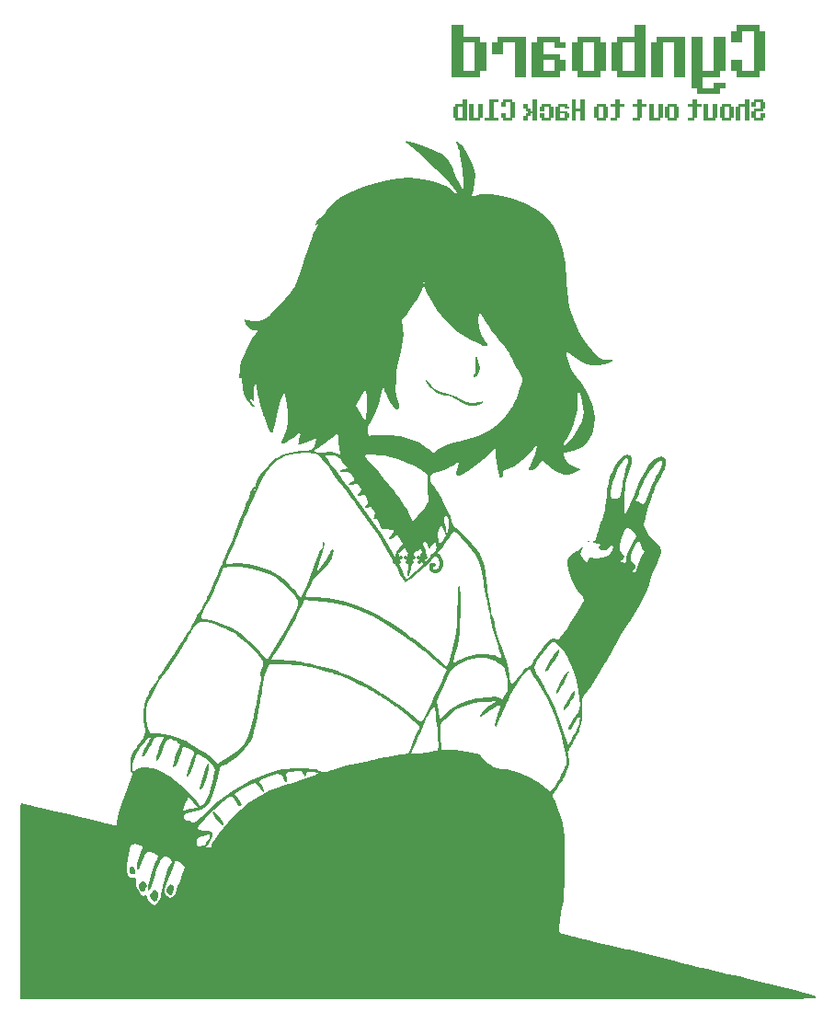
<source format=gbo>
%TF.GenerationSoftware,KiCad,Pcbnew,9.0.6*%
%TF.CreationDate,2025-12-06T16:37:22-05:00*%
%TF.ProjectId,hackpad,6861636b-7061-4642-9e6b-696361645f70,rev?*%
%TF.SameCoordinates,Original*%
%TF.FileFunction,Legend,Bot*%
%TF.FilePolarity,Positive*%
%FSLAX46Y46*%
G04 Gerber Fmt 4.6, Leading zero omitted, Abs format (unit mm)*
G04 Created by KiCad (PCBNEW 9.0.6) date 2025-12-06 16:37:22*
%MOMM*%
%LPD*%
G01*
G04 APERTURE LIST*
%ADD10C,0.100000*%
%ADD11C,0.300000*%
%ADD12C,0.000000*%
G04 APERTURE END LIST*
D10*
G36*
X140400122Y-53144722D02*
G01*
X141450061Y-53144722D01*
X141450061Y-49427041D01*
X140400122Y-49427041D01*
X140400122Y-50484612D01*
X139350183Y-50484612D01*
X139350183Y-49434673D01*
X139875305Y-49434673D01*
X139875305Y-48901919D01*
X141975183Y-48901919D01*
X141975183Y-49427041D01*
X142500000Y-49427041D01*
X142500000Y-53137090D01*
X141975183Y-53137090D01*
X141975183Y-53669539D01*
X139875305Y-53669539D01*
X139875305Y-53137090D01*
X139350183Y-53137090D01*
X139350183Y-52086845D01*
X140400122Y-52086845D01*
X140400122Y-53144722D01*
G37*
G36*
X137776648Y-54724668D02*
G01*
X137776648Y-54197103D01*
X138826587Y-54197103D01*
X138826587Y-54722226D01*
X138301770Y-54722226D01*
X138301770Y-55249790D01*
X136201892Y-55249790D01*
X136201892Y-54722226D01*
X135676770Y-54722226D01*
X135676770Y-49957048D01*
X136726709Y-49957048D01*
X136726709Y-53144722D01*
X137776648Y-53144722D01*
X137776648Y-49957048D01*
X138826587Y-49957048D01*
X138826587Y-53144722D01*
X138301770Y-53144722D01*
X138301770Y-53669539D01*
X136726709Y-53669539D01*
X136726709Y-54724668D01*
X137776648Y-54724668D01*
G37*
G36*
X134103236Y-50482170D02*
G01*
X133053297Y-50482170D01*
X133053297Y-53669539D01*
X132003358Y-53669539D01*
X132003358Y-50482170D01*
X132528480Y-50482170D01*
X132528480Y-49957048D01*
X135153175Y-49957048D01*
X135153175Y-53669539D01*
X134103236Y-53669539D01*
X134103236Y-50482170D01*
G37*
G36*
X131479762Y-53669539D02*
G01*
X128855068Y-53669539D01*
X128855068Y-53144722D01*
X129379884Y-53144722D01*
X130429823Y-53144722D01*
X130429823Y-50482170D01*
X129379884Y-50482170D01*
X129379884Y-53144722D01*
X128855068Y-53144722D01*
X128329945Y-53144722D01*
X128329945Y-50482170D01*
X128855068Y-50482170D01*
X128855068Y-49957048D01*
X130429823Y-49957048D01*
X130429823Y-48901919D01*
X131479762Y-48901919D01*
X131479762Y-53669539D01*
G37*
G36*
X127281533Y-50482170D02*
G01*
X127806350Y-50482170D01*
X127806350Y-53144722D01*
X127281533Y-53144722D01*
X127281533Y-53669539D01*
X125181655Y-53669539D01*
X125181655Y-53144722D01*
X125706472Y-53144722D01*
X126756411Y-53144722D01*
X126756411Y-50482170D01*
X125706472Y-50482170D01*
X125706472Y-53144722D01*
X125181655Y-53144722D01*
X124656533Y-53144722D01*
X124656533Y-50482170D01*
X125181655Y-50482170D01*
X125181655Y-49957048D01*
X127281533Y-49957048D01*
X127281533Y-50482170D01*
G37*
G36*
X123608121Y-50484612D02*
G01*
X124132937Y-50484612D01*
X124132937Y-51009734D01*
X123082998Y-51009734D01*
X123082998Y-50482170D01*
X122033060Y-50482170D01*
X122033060Y-51542489D01*
X123608121Y-51542489D01*
X123608121Y-52086845D01*
X124132937Y-52086845D01*
X124132937Y-53137090D01*
X123608121Y-53137090D01*
X123608121Y-53669539D01*
X120983121Y-53669539D01*
X120983121Y-53144722D01*
X122033060Y-53144722D01*
X123082998Y-53144722D01*
X123082998Y-52067306D01*
X122033060Y-52067306D01*
X122033060Y-53144722D01*
X120983121Y-53144722D01*
X120983121Y-50482170D01*
X121508243Y-50482170D01*
X121508243Y-49957048D01*
X123608121Y-49957048D01*
X123608121Y-50484612D01*
G37*
G36*
X119409586Y-50482170D02*
G01*
X118359647Y-50482170D01*
X118359647Y-51539741D01*
X117309708Y-51539741D01*
X117309708Y-50489802D01*
X117834830Y-50489802D01*
X117834830Y-49957048D01*
X120459525Y-49957048D01*
X120459525Y-53669539D01*
X119409586Y-53669539D01*
X119409586Y-50482170D01*
G37*
G36*
X114686235Y-49957048D02*
G01*
X116261296Y-49957048D01*
X116261296Y-50482170D01*
X116786113Y-50482170D01*
X116786113Y-53144722D01*
X116261296Y-53144722D01*
X116261296Y-53669539D01*
X113636296Y-53669539D01*
X113636296Y-53144722D01*
X114686235Y-53144722D01*
X115736174Y-53144722D01*
X115736174Y-50482170D01*
X114686235Y-50482170D01*
X114686235Y-53144722D01*
X113636296Y-53144722D01*
X113636296Y-48901919D01*
X114686235Y-48901919D01*
X114686235Y-49957048D01*
G37*
G36*
X141450122Y-55973869D02*
G01*
X141450122Y-55760767D01*
X142290073Y-55760767D01*
X142290073Y-55970816D01*
X142500000Y-55970816D01*
X142500000Y-56605969D01*
X142290073Y-56605969D01*
X142290073Y-56815896D01*
X141660048Y-56815896D01*
X141660048Y-57457889D01*
X142080024Y-57457889D01*
X142080024Y-57034738D01*
X142500000Y-57034738D01*
X142500000Y-57454836D01*
X142290073Y-57454836D01*
X142290073Y-57667815D01*
X141450122Y-57667815D01*
X141450122Y-57454836D01*
X141240073Y-57454836D01*
X141240073Y-56815896D01*
X141450122Y-56815896D01*
X141450122Y-56605969D01*
X142080024Y-56605969D01*
X142080024Y-55970816D01*
X141660048Y-55970816D01*
X141660048Y-56393845D01*
X141240073Y-56393845D01*
X141240073Y-55973869D01*
X141450122Y-55973869D01*
G37*
G36*
X139980757Y-56392868D02*
G01*
X139980757Y-56182819D01*
X140610659Y-56182819D01*
X140610659Y-55760767D01*
X141030635Y-55760767D01*
X141030635Y-57667815D01*
X140610659Y-57667815D01*
X140610659Y-56392868D01*
X140190683Y-56392868D01*
X140190683Y-57667815D01*
X139770708Y-57667815D01*
X139770708Y-56392868D01*
X139980757Y-56392868D01*
G37*
G36*
X139351343Y-56392868D02*
G01*
X139561270Y-56392868D01*
X139561270Y-57457889D01*
X139351343Y-57457889D01*
X139351343Y-57667815D01*
X138511392Y-57667815D01*
X138511392Y-57457889D01*
X138721318Y-57457889D01*
X139141294Y-57457889D01*
X139141294Y-56392868D01*
X138721318Y-56392868D01*
X138721318Y-57457889D01*
X138511392Y-57457889D01*
X138301343Y-57457889D01*
X138301343Y-56392868D01*
X138511392Y-56392868D01*
X138511392Y-56182819D01*
X139351343Y-56182819D01*
X139351343Y-56392868D01*
G37*
G36*
X137251953Y-57457889D02*
G01*
X137671929Y-57457889D01*
X137671929Y-56182819D01*
X138091905Y-56182819D01*
X138091905Y-57457889D01*
X137881978Y-57457889D01*
X137881978Y-57667815D01*
X136831978Y-57667815D01*
X136831978Y-56182819D01*
X137251953Y-56182819D01*
X137251953Y-57457889D01*
G37*
G36*
X136622540Y-56392868D02*
G01*
X136202564Y-56392868D01*
X136202564Y-57457889D01*
X135992637Y-57457889D01*
X135992637Y-57667815D01*
X135362613Y-57667815D01*
X135362613Y-57457889D01*
X135782588Y-57457889D01*
X135782588Y-56392868D01*
X135362613Y-56392868D01*
X135362613Y-56182819D01*
X135782588Y-56182819D01*
X135782588Y-55760767D01*
X136202564Y-55760767D01*
X136202564Y-56182819D01*
X136622540Y-56182819D01*
X136622540Y-56392868D01*
G37*
G36*
X134314078Y-56392868D02*
G01*
X134524005Y-56392868D01*
X134524005Y-57457889D01*
X134314078Y-57457889D01*
X134314078Y-57667815D01*
X133474127Y-57667815D01*
X133474127Y-57457889D01*
X133684054Y-57457889D01*
X134104030Y-57457889D01*
X134104030Y-56392868D01*
X133684054Y-56392868D01*
X133684054Y-57457889D01*
X133474127Y-57457889D01*
X133264078Y-57457889D01*
X133264078Y-56392868D01*
X133474127Y-56392868D01*
X133474127Y-56182819D01*
X134314078Y-56182819D01*
X134314078Y-56392868D01*
G37*
G36*
X132214689Y-57457889D02*
G01*
X132634665Y-57457889D01*
X132634665Y-56182819D01*
X133054640Y-56182819D01*
X133054640Y-57457889D01*
X132844713Y-57457889D01*
X132844713Y-57667815D01*
X131794713Y-57667815D01*
X131794713Y-56182819D01*
X132214689Y-56182819D01*
X132214689Y-57457889D01*
G37*
G36*
X131585275Y-56392868D02*
G01*
X131165300Y-56392868D01*
X131165300Y-57457889D01*
X130955373Y-57457889D01*
X130955373Y-57667815D01*
X130325348Y-57667815D01*
X130325348Y-57457889D01*
X130745324Y-57457889D01*
X130745324Y-56392868D01*
X130325348Y-56392868D01*
X130325348Y-56182819D01*
X130745324Y-56182819D01*
X130745324Y-55760767D01*
X131165300Y-55760767D01*
X131165300Y-56182819D01*
X131585275Y-56182819D01*
X131585275Y-56392868D01*
G37*
G36*
X129486741Y-56392868D02*
G01*
X129066765Y-56392868D01*
X129066765Y-57457889D01*
X128856838Y-57457889D01*
X128856838Y-57667815D01*
X128226814Y-57667815D01*
X128226814Y-57457889D01*
X128646789Y-57457889D01*
X128646789Y-56392868D01*
X128226814Y-56392868D01*
X128226814Y-56182819D01*
X128646789Y-56182819D01*
X128646789Y-55760767D01*
X129066765Y-55760767D01*
X129066765Y-56182819D01*
X129486741Y-56182819D01*
X129486741Y-56392868D01*
G37*
G36*
X127807449Y-56392868D02*
G01*
X128017376Y-56392868D01*
X128017376Y-57457889D01*
X127807449Y-57457889D01*
X127807449Y-57667815D01*
X126967498Y-57667815D01*
X126967498Y-57457889D01*
X127177424Y-57457889D01*
X127597400Y-57457889D01*
X127597400Y-56392868D01*
X127177424Y-56392868D01*
X127177424Y-57457889D01*
X126967498Y-57457889D01*
X126757449Y-57457889D01*
X126757449Y-56392868D01*
X126967498Y-56392868D01*
X126967498Y-56182819D01*
X127807449Y-56182819D01*
X127807449Y-56392868D01*
G37*
G36*
X125498866Y-56822735D02*
G01*
X125078890Y-56822735D01*
X125078890Y-57667815D01*
X124658914Y-57667815D01*
X124658914Y-55760767D01*
X125078890Y-55760767D01*
X125078890Y-56612686D01*
X125498866Y-56612686D01*
X125498866Y-55760767D01*
X125918841Y-55760767D01*
X125918841Y-57667815D01*
X125498866Y-57667815D01*
X125498866Y-56822735D01*
G37*
G36*
X124239549Y-56393845D02*
G01*
X124449476Y-56393845D01*
X124449476Y-56603893D01*
X124029501Y-56603893D01*
X124029501Y-56392868D01*
X123609525Y-56392868D01*
X123609525Y-56816995D01*
X124239549Y-56816995D01*
X124239549Y-57034738D01*
X124449476Y-57034738D01*
X124449476Y-57454836D01*
X124239549Y-57454836D01*
X124239549Y-57667815D01*
X123189549Y-57667815D01*
X123189549Y-57457889D01*
X123609525Y-57457889D01*
X124029501Y-57457889D01*
X124029501Y-57026922D01*
X123609525Y-57026922D01*
X123609525Y-57457889D01*
X123189549Y-57457889D01*
X123189549Y-56392868D01*
X123399598Y-56392868D01*
X123399598Y-56182819D01*
X124239549Y-56182819D01*
X124239549Y-56393845D01*
G37*
G36*
X122140160Y-57457889D02*
G01*
X122560136Y-57457889D01*
X122560136Y-56392868D01*
X122140160Y-56392868D01*
X122140160Y-56815896D01*
X121720184Y-56815896D01*
X121720184Y-56395921D01*
X121930233Y-56395921D01*
X121930233Y-56182819D01*
X122770184Y-56182819D01*
X122770184Y-56392868D01*
X122980111Y-56392868D01*
X122980111Y-57454836D01*
X122770184Y-57454836D01*
X122770184Y-57667815D01*
X121930233Y-57667815D01*
X121930233Y-57454836D01*
X121720184Y-57454836D01*
X121720184Y-57034738D01*
X122140160Y-57034738D01*
X122140160Y-57457889D01*
G37*
G36*
X121090771Y-57026922D02*
G01*
X120880844Y-57026922D01*
X120880844Y-57247840D01*
X120670795Y-57247840D01*
X120670795Y-57667815D01*
X120250819Y-57667815D01*
X120250819Y-57247840D01*
X120460868Y-57247840D01*
X120460868Y-57026922D01*
X120670795Y-57026922D01*
X120670795Y-56816995D01*
X120460868Y-56816995D01*
X120460868Y-56602916D01*
X120250819Y-56602916D01*
X120250819Y-56182819D01*
X120670795Y-56182819D01*
X120670795Y-56602916D01*
X120880844Y-56602916D01*
X120880844Y-56816995D01*
X121090771Y-56816995D01*
X121090771Y-55760767D01*
X121510746Y-55760767D01*
X121510746Y-57667815D01*
X121090771Y-57667815D01*
X121090771Y-57026922D01*
G37*
G36*
X118572260Y-57457889D02*
G01*
X118992236Y-57457889D01*
X118992236Y-55970816D01*
X118572260Y-55970816D01*
X118572260Y-56393845D01*
X118152285Y-56393845D01*
X118152285Y-55973869D01*
X118362334Y-55973869D01*
X118362334Y-55760767D01*
X119202285Y-55760767D01*
X119202285Y-55970816D01*
X119412212Y-55970816D01*
X119412212Y-57454836D01*
X119202285Y-57454836D01*
X119202285Y-57667815D01*
X118362334Y-57667815D01*
X118362334Y-57454836D01*
X118152285Y-57454836D01*
X118152285Y-57034738D01*
X118572260Y-57034738D01*
X118572260Y-57457889D01*
G37*
G36*
X117522871Y-55970816D02*
G01*
X117522871Y-57457889D01*
X117942847Y-57457889D01*
X117942847Y-57667815D01*
X116682920Y-57667815D01*
X116682920Y-57457889D01*
X117102896Y-57457889D01*
X117102896Y-55760767D01*
X117942847Y-55760767D01*
X117942847Y-55970816D01*
X117522871Y-55970816D01*
G37*
G36*
X115633531Y-57457889D02*
G01*
X116053506Y-57457889D01*
X116053506Y-56182819D01*
X116473482Y-56182819D01*
X116473482Y-57457889D01*
X116263555Y-57457889D01*
X116263555Y-57667815D01*
X115213555Y-57667815D01*
X115213555Y-56182819D01*
X115633531Y-56182819D01*
X115633531Y-57457889D01*
G37*
G36*
X115004117Y-57667815D02*
G01*
X113954239Y-57667815D01*
X113954239Y-57457889D01*
X114164166Y-57457889D01*
X114584141Y-57457889D01*
X114584141Y-56392868D01*
X114164166Y-56392868D01*
X114164166Y-57457889D01*
X113954239Y-57457889D01*
X113744190Y-57457889D01*
X113744190Y-56392868D01*
X113954239Y-56392868D01*
X113954239Y-56182819D01*
X114584141Y-56182819D01*
X114584141Y-55760767D01*
X115004117Y-55760767D01*
X115004117Y-57667815D01*
G37*
D11*
X111821427Y-97749757D02*
X111964285Y-97678328D01*
X111964285Y-97678328D02*
X112178570Y-97678328D01*
X112178570Y-97678328D02*
X112392856Y-97749757D01*
X112392856Y-97749757D02*
X112535713Y-97892614D01*
X112535713Y-97892614D02*
X112607142Y-98035471D01*
X112607142Y-98035471D02*
X112678570Y-98321185D01*
X112678570Y-98321185D02*
X112678570Y-98535471D01*
X112678570Y-98535471D02*
X112607142Y-98821185D01*
X112607142Y-98821185D02*
X112535713Y-98964042D01*
X112535713Y-98964042D02*
X112392856Y-99106900D01*
X112392856Y-99106900D02*
X112178570Y-99178328D01*
X112178570Y-99178328D02*
X112035713Y-99178328D01*
X112035713Y-99178328D02*
X111821427Y-99106900D01*
X111821427Y-99106900D02*
X111749999Y-99035471D01*
X111749999Y-99035471D02*
X111749999Y-98535471D01*
X111749999Y-98535471D02*
X112035713Y-98535471D01*
X110892856Y-97678328D02*
X110892856Y-98035471D01*
X111249999Y-97892614D02*
X110892856Y-98035471D01*
X110892856Y-98035471D02*
X110535713Y-97892614D01*
X111107142Y-98321185D02*
X110892856Y-98035471D01*
X110892856Y-98035471D02*
X110678570Y-98321185D01*
X109749999Y-97678328D02*
X109749999Y-98035471D01*
X110107142Y-97892614D02*
X109749999Y-98035471D01*
X109749999Y-98035471D02*
X109392856Y-97892614D01*
X109964285Y-98321185D02*
X109749999Y-98035471D01*
X109749999Y-98035471D02*
X109535713Y-98321185D01*
X108607142Y-97678328D02*
X108607142Y-98035471D01*
X108964285Y-97892614D02*
X108607142Y-98035471D01*
X108607142Y-98035471D02*
X108249999Y-97892614D01*
X108821428Y-98321185D02*
X108607142Y-98035471D01*
X108607142Y-98035471D02*
X108392856Y-98321185D01*
D12*
%TO.C,G\u002A\u002A\u002A*%
G36*
X124213425Y-72677137D02*
G01*
X124255799Y-73300333D01*
X124343791Y-74125369D01*
X124473967Y-74838397D01*
X124663503Y-75508340D01*
X124929575Y-76204121D01*
X125289359Y-76994666D01*
X125323014Y-77063781D01*
X125682094Y-77703394D01*
X126107213Y-78324301D01*
X126560067Y-78879111D01*
X127002355Y-79320433D01*
X127395773Y-79600875D01*
X127645165Y-79691166D01*
X128123645Y-79709514D01*
X128185876Y-79700687D01*
X128404263Y-79696368D01*
X128456169Y-79749384D01*
X128318314Y-79857491D01*
X128001984Y-79986540D01*
X127582288Y-80100218D01*
X127125263Y-80181159D01*
X126696948Y-80211999D01*
X126472948Y-80203900D01*
X126174694Y-80154385D01*
X125866493Y-80042188D01*
X125507125Y-79847264D01*
X125055367Y-79549567D01*
X124470000Y-79129052D01*
X124308895Y-79020050D01*
X124229033Y-79037213D01*
X124216000Y-79242076D01*
X124274508Y-79582152D01*
X124429576Y-80035670D01*
X124648466Y-80527687D01*
X124898439Y-80984654D01*
X125146755Y-81333021D01*
X125191801Y-81388117D01*
X125425064Y-81673419D01*
X126063426Y-82676017D01*
X126540741Y-83787435D01*
X126628382Y-84072666D01*
X126714188Y-84548884D01*
X126791868Y-84980008D01*
X126765370Y-85814226D01*
X126555891Y-86557106D01*
X126170435Y-87190432D01*
X125616007Y-87695989D01*
X124899610Y-88055562D01*
X124777733Y-88095905D01*
X124418220Y-88189653D01*
X124145362Y-88227110D01*
X124003149Y-88230829D01*
X123900611Y-88275835D01*
X123914280Y-88417301D01*
X124031086Y-88710514D01*
X124205060Y-89031426D01*
X124554474Y-89374063D01*
X125070153Y-89620399D01*
X125514222Y-89774450D01*
X124870498Y-90069230D01*
X124624401Y-90177879D01*
X124323537Y-90280806D01*
X124093441Y-90295955D01*
X123854498Y-90236429D01*
X123824918Y-90226178D01*
X123360207Y-90024526D01*
X122928067Y-89740723D01*
X122448401Y-89322721D01*
X121979024Y-88877850D01*
X121679197Y-89330919D01*
X121674042Y-89338673D01*
X121375856Y-89682647D01*
X121076773Y-89841833D01*
X120951288Y-89862390D01*
X120725522Y-89852468D01*
X120692232Y-89728615D01*
X120841910Y-89476020D01*
X120880407Y-89417104D01*
X121013116Y-89145718D01*
X121157059Y-88778834D01*
X121292683Y-88377260D01*
X121400432Y-88001801D01*
X121460752Y-87713264D01*
X121456462Y-87622641D01*
X123912568Y-87622641D01*
X123999381Y-87591258D01*
X124200230Y-87433367D01*
X124464781Y-87182603D01*
X124617701Y-87013803D01*
X124985716Y-86509896D01*
X125324493Y-85926389D01*
X125590592Y-85343062D01*
X125740569Y-84839691D01*
X125757840Y-84548884D01*
X125723206Y-84069191D01*
X125640669Y-83540151D01*
X125524970Y-83052145D01*
X125390850Y-82695555D01*
X125351245Y-82624647D01*
X125291984Y-82560395D01*
X125258055Y-82633411D01*
X125242040Y-82873191D01*
X125236520Y-83309231D01*
X125226372Y-83609355D01*
X125176430Y-84149162D01*
X125094648Y-84695585D01*
X124991971Y-85190604D01*
X124879344Y-85576200D01*
X124767712Y-85794355D01*
X124732876Y-85841709D01*
X124667556Y-86061810D01*
X124667555Y-86062113D01*
X124611496Y-86234954D01*
X124465204Y-86533220D01*
X124260250Y-86892519D01*
X124248282Y-86912286D01*
X124057380Y-87249596D01*
X123936937Y-87504311D01*
X123912568Y-87622641D01*
X121456462Y-87622641D01*
X121454086Y-87572455D01*
X121382107Y-87582163D01*
X121221757Y-87705671D01*
X121123947Y-87823508D01*
X121123452Y-87888444D01*
X121110614Y-87925273D01*
X120972774Y-88087019D01*
X120722078Y-88347977D01*
X120388787Y-88675719D01*
X120087682Y-88956538D01*
X119682705Y-89289028D01*
X119325236Y-89509004D01*
X118957716Y-89655890D01*
X118659837Y-89755857D01*
X118450260Y-89862753D01*
X118363123Y-89996556D01*
X118345778Y-90204467D01*
X118310092Y-90457580D01*
X118182716Y-90560147D01*
X118111254Y-90553080D01*
X118036523Y-90494295D01*
X118037627Y-90480801D01*
X118005480Y-90309067D01*
X117926005Y-90033332D01*
X117914437Y-89995485D01*
X117829947Y-89608954D01*
X117754343Y-89093260D01*
X117698306Y-88533452D01*
X117672513Y-88014576D01*
X117653821Y-87912977D01*
X117583467Y-87900488D01*
X117434572Y-87996067D01*
X117180235Y-88217043D01*
X117077258Y-88313901D01*
X116793556Y-88580744D01*
X116565868Y-88794794D01*
X115799477Y-89457234D01*
X115125914Y-89938828D01*
X114529497Y-90251145D01*
X114287336Y-90327955D01*
X114058626Y-90309381D01*
X113994370Y-90139361D01*
X114102838Y-89826132D01*
X114107839Y-89816374D01*
X114230857Y-89510764D01*
X114281778Y-89256350D01*
X114271841Y-89157276D01*
X114208098Y-89122473D01*
X114047054Y-89197176D01*
X113745556Y-89392327D01*
X113551980Y-89509647D01*
X113062460Y-89744391D01*
X112588444Y-89907238D01*
X112330691Y-89977997D01*
X112009579Y-90086179D01*
X111826444Y-90174589D01*
X111753290Y-90297557D01*
X111700190Y-90549350D01*
X111689014Y-90833613D01*
X111721926Y-91066014D01*
X111801091Y-91162221D01*
X111827035Y-91169429D01*
X111975332Y-91309494D01*
X112182579Y-91590680D01*
X112418754Y-91963545D01*
X112653836Y-92378645D01*
X112730576Y-92532109D01*
X112857803Y-92786537D01*
X113000634Y-93137777D01*
X113078018Y-93344800D01*
X113227368Y-93652843D01*
X113359582Y-93827716D01*
X113369222Y-93835013D01*
X113557523Y-94121348D01*
X113619413Y-94579522D01*
X113649529Y-94683003D01*
X113705473Y-94770220D01*
X113805625Y-94926359D01*
X114050453Y-95200411D01*
X114590504Y-95728224D01*
X115097578Y-96231046D01*
X115482022Y-96624290D01*
X115766389Y-96932555D01*
X115973234Y-97180439D01*
X116125111Y-97392544D01*
X116244577Y-97593468D01*
X116343324Y-97787579D01*
X116579035Y-98415873D01*
X116738687Y-99162444D01*
X116834318Y-100078009D01*
X116834905Y-100086780D01*
X116876770Y-100565856D01*
X116931851Y-101009326D01*
X116988388Y-101322221D01*
X117014212Y-101436371D01*
X117084996Y-101816188D01*
X117154577Y-102260026D01*
X117208723Y-102672721D01*
X117233200Y-102959110D01*
X117241384Y-103008873D01*
X117339071Y-103196086D01*
X117387971Y-103290859D01*
X117477411Y-103567100D01*
X117562768Y-103929863D01*
X117610198Y-104168320D01*
X117682605Y-104528331D01*
X117731299Y-104765332D01*
X117742764Y-104810586D01*
X117826037Y-105069380D01*
X117962708Y-105452309D01*
X118129782Y-105894221D01*
X118151940Y-105951634D01*
X118348469Y-106485853D01*
X118534829Y-107030017D01*
X118562174Y-107117781D01*
X118673371Y-107474666D01*
X118777517Y-107840458D01*
X118843660Y-108089547D01*
X118886110Y-108297506D01*
X118922803Y-108552631D01*
X118971676Y-108943221D01*
X119012755Y-109198801D01*
X119082682Y-109461346D01*
X119151334Y-109563110D01*
X119222479Y-109520285D01*
X119396637Y-109335792D01*
X119611613Y-109055110D01*
X119762694Y-108850224D01*
X119944926Y-108631876D01*
X120047676Y-108547110D01*
X120100292Y-108511588D01*
X120180422Y-108337727D01*
X120211498Y-108274652D01*
X120404376Y-108088752D01*
X120533859Y-108012040D01*
X121252667Y-108012040D01*
X121294814Y-108199456D01*
X121432859Y-108526471D01*
X121633667Y-108892499D01*
X121819322Y-109194661D01*
X122020159Y-109522006D01*
X122150609Y-109735194D01*
X122283908Y-109962604D01*
X122680613Y-110724746D01*
X123085717Y-111611069D01*
X123469597Y-112550506D01*
X123802630Y-113471987D01*
X124055192Y-114304444D01*
X124161039Y-114678210D01*
X124259131Y-114977798D01*
X124324353Y-115124144D01*
X124354215Y-115124221D01*
X124467753Y-114992109D01*
X124631863Y-114720397D01*
X124823534Y-114356118D01*
X125019756Y-113946306D01*
X125197518Y-113537993D01*
X125333812Y-113178213D01*
X125405627Y-112913999D01*
X125425106Y-112687163D01*
X125380513Y-112518814D01*
X125272384Y-112555979D01*
X125127173Y-112808666D01*
X125051554Y-112963955D01*
X124868748Y-113256993D01*
X124666219Y-113515616D01*
X124488253Y-113686166D01*
X124379136Y-113714986D01*
X124371591Y-113643672D01*
X124447535Y-113419806D01*
X124600374Y-113108396D01*
X124797855Y-112767836D01*
X125007728Y-112456520D01*
X125197741Y-112232840D01*
X125276549Y-112149162D01*
X125414122Y-111877858D01*
X125451889Y-111482221D01*
X125410930Y-110874404D01*
X125283129Y-110075270D01*
X125086705Y-109221335D01*
X124840257Y-108382725D01*
X124562382Y-107629566D01*
X124271677Y-107031985D01*
X124021903Y-106646779D01*
X123731194Y-106262371D01*
X123443368Y-105931412D01*
X123198086Y-105699442D01*
X123035006Y-105611999D01*
X122918097Y-105656108D01*
X122676842Y-105856033D01*
X122380979Y-106176534D01*
X122063940Y-106572594D01*
X121759156Y-106999194D01*
X121500061Y-107411314D01*
X121320087Y-107763936D01*
X121252667Y-108012040D01*
X120533859Y-108012040D01*
X120698676Y-107914394D01*
X120821374Y-107853956D01*
X121083402Y-107663626D01*
X121165088Y-107455851D01*
X121183660Y-107302429D01*
X121252667Y-107173629D01*
X121255787Y-107171979D01*
X121363664Y-107055916D01*
X121554414Y-106805930D01*
X121788856Y-106473204D01*
X121879328Y-106342227D01*
X122271261Y-105830381D01*
X122600411Y-105510157D01*
X122884992Y-105366934D01*
X123143217Y-105386093D01*
X123234053Y-105415406D01*
X123395404Y-105410969D01*
X123565357Y-105288766D01*
X123804079Y-105015011D01*
X123958408Y-104814871D01*
X124243545Y-104413934D01*
X124565402Y-103934975D01*
X124896370Y-103421889D01*
X125208845Y-102918572D01*
X125475219Y-102468920D01*
X125667887Y-102116829D01*
X125759241Y-101906193D01*
X125771518Y-101767187D01*
X125681969Y-101532099D01*
X125433718Y-101228860D01*
X125330046Y-101110262D01*
X124968642Y-100557863D01*
X124642565Y-99846403D01*
X124376860Y-99028035D01*
X124364582Y-98981165D01*
X124278074Y-98525828D01*
X124298352Y-98176602D01*
X124429301Y-97845979D01*
X124452215Y-97807957D01*
X124624453Y-97614216D01*
X124852623Y-97430122D01*
X125065924Y-97306716D01*
X125193555Y-97295035D01*
X125241208Y-97286277D01*
X125408990Y-97161725D01*
X125642496Y-96937166D01*
X126036583Y-96524444D01*
X125747181Y-97001978D01*
X125649176Y-97168219D01*
X125511733Y-97422532D01*
X125457778Y-97555767D01*
X125467163Y-97587171D01*
X125570558Y-97763596D01*
X125751400Y-98016980D01*
X125820158Y-98103798D01*
X126025878Y-98300020D01*
X126148285Y-98288212D01*
X126190116Y-98068698D01*
X126227507Y-97953951D01*
X126417333Y-97908234D01*
X126880079Y-97945240D01*
X127503759Y-97902847D01*
X127970620Y-97741442D01*
X127980376Y-97735679D01*
X128260962Y-97503542D01*
X128439997Y-97231721D01*
X128491326Y-96978868D01*
X128392632Y-96810191D01*
X129086314Y-96810191D01*
X129117068Y-97215763D01*
X129296000Y-97457801D01*
X129394681Y-97537065D01*
X129513834Y-97767603D01*
X129472678Y-97993254D01*
X129273823Y-98134422D01*
X129155262Y-98167460D01*
X129097396Y-98215230D01*
X129245601Y-98285253D01*
X129355174Y-98325722D01*
X129572909Y-98359809D01*
X129678867Y-98241116D01*
X129718066Y-97962775D01*
X130086222Y-97962775D01*
X130132174Y-98146497D01*
X130312000Y-98360912D01*
X130383476Y-98416167D01*
X130516122Y-98637901D01*
X130513898Y-98870133D01*
X130369093Y-99023371D01*
X130292921Y-99069604D01*
X130262866Y-99189161D01*
X130277024Y-99208736D01*
X130433972Y-99290221D01*
X130516179Y-99248892D01*
X130606382Y-99099677D01*
X130721109Y-98805845D01*
X130877331Y-98330666D01*
X130895773Y-98275113D01*
X131061309Y-97883873D01*
X131252637Y-97548282D01*
X131296154Y-97484402D01*
X131385977Y-97321868D01*
X131359388Y-97295267D01*
X131353934Y-97298386D01*
X131243618Y-97250909D01*
X131154817Y-97005206D01*
X131077261Y-96735759D01*
X130930413Y-96458989D01*
X130768796Y-96355110D01*
X130764161Y-96355678D01*
X130668134Y-96465579D01*
X130529764Y-96722411D01*
X130375718Y-97063360D01*
X130232667Y-97425613D01*
X130127278Y-97746356D01*
X130086222Y-97962775D01*
X129718066Y-97962775D01*
X129722211Y-97933345D01*
X129831711Y-97426569D01*
X130081336Y-96835331D01*
X130442685Y-96227663D01*
X130503935Y-96136673D01*
X130583168Y-95965477D01*
X130547724Y-95802150D01*
X130390128Y-95550329D01*
X130152942Y-95281983D01*
X129867151Y-95169777D01*
X129776388Y-95178409D01*
X129633293Y-95260774D01*
X129500158Y-95468334D01*
X129341250Y-95847110D01*
X129203550Y-96247737D01*
X129086314Y-96810191D01*
X128392632Y-96810191D01*
X128388797Y-96803637D01*
X128288109Y-96761685D01*
X128182347Y-96838506D01*
X128107566Y-96977662D01*
X127850927Y-97177764D01*
X127521103Y-97258221D01*
X127418176Y-97245593D01*
X127230274Y-97131290D01*
X127168247Y-96958377D01*
X127272609Y-96801345D01*
X127291533Y-96789478D01*
X127359484Y-96729194D01*
X127317132Y-96676618D01*
X127128098Y-96611480D01*
X126756000Y-96513510D01*
X126569810Y-96461410D01*
X126522253Y-96419944D01*
X126667599Y-96383830D01*
X126731558Y-96367969D01*
X126897728Y-96230352D01*
X126994579Y-95924415D01*
X127017802Y-95818545D01*
X127117965Y-95456656D01*
X127264767Y-94989888D01*
X127435370Y-94492444D01*
X127466417Y-94404565D01*
X127736429Y-93449717D01*
X127863729Y-92516888D01*
X127874572Y-92360997D01*
X127885893Y-92239772D01*
X128214211Y-92239772D01*
X128298762Y-92417983D01*
X128427837Y-92474632D01*
X128750103Y-92508101D01*
X129028203Y-92430493D01*
X129074514Y-92353022D01*
X129157834Y-92086860D01*
X129249634Y-91684016D01*
X129337091Y-91195752D01*
X129385891Y-90908616D01*
X129498985Y-90346396D01*
X129621037Y-89842606D01*
X129732959Y-89479971D01*
X129831567Y-89202635D01*
X129885968Y-88946829D01*
X129833647Y-88823516D01*
X129670894Y-88791555D01*
X129549790Y-88836318D01*
X129338061Y-89055406D01*
X129106807Y-89418869D01*
X128872187Y-89883997D01*
X128650361Y-90408081D01*
X128457491Y-90948411D01*
X128309735Y-91462276D01*
X128223255Y-91906967D01*
X128214211Y-92239772D01*
X127885893Y-92239772D01*
X127945133Y-91605410D01*
X128045070Y-91000428D01*
X128191608Y-90482437D01*
X128401973Y-89987824D01*
X128693391Y-89452974D01*
X128851760Y-89196397D01*
X129183302Y-88768356D01*
X129501768Y-88528010D01*
X129832756Y-88452888D01*
X129847127Y-88453038D01*
X130088373Y-88532258D01*
X130195108Y-88764002D01*
X130182941Y-88946829D01*
X130168824Y-89158954D01*
X130011015Y-89727797D01*
X129920866Y-89997865D01*
X129794191Y-90411085D01*
X129706938Y-90776338D01*
X129639069Y-91184554D01*
X129570547Y-91726666D01*
X129554428Y-91864403D01*
X129509537Y-92292726D01*
X129489437Y-92634966D01*
X129490475Y-92994934D01*
X129508999Y-93476444D01*
X129539585Y-94153777D01*
X129803716Y-93602340D01*
X129901526Y-93393365D01*
X130053103Y-93049951D01*
X130146515Y-92812117D01*
X130198649Y-92657999D01*
X130240258Y-92544924D01*
X130578152Y-92544924D01*
X130585949Y-92646388D01*
X130746560Y-92705512D01*
X130894858Y-92765198D01*
X130989333Y-92868721D01*
X131022401Y-92922862D01*
X131194338Y-92968444D01*
X131303994Y-92930023D01*
X131469079Y-92724165D01*
X131654720Y-92319332D01*
X131832303Y-91869808D01*
X132089369Y-91229804D01*
X132283499Y-90765016D01*
X132424878Y-90452256D01*
X132523693Y-90268342D01*
X132590128Y-90190089D01*
X132632956Y-90153157D01*
X132774127Y-89923451D01*
X132904420Y-89582926D01*
X132989213Y-89216077D01*
X133002780Y-89093823D01*
X132971385Y-88962816D01*
X132829913Y-88978406D01*
X132582014Y-89112785D01*
X132196332Y-89475157D01*
X131799723Y-90011177D01*
X131414964Y-90693242D01*
X131309062Y-90909757D01*
X131114198Y-91330008D01*
X130972650Y-91665321D01*
X130909526Y-91857846D01*
X130838769Y-92076697D01*
X130690248Y-92357447D01*
X130578152Y-92544924D01*
X130240258Y-92544924D01*
X130250574Y-92516888D01*
X130353479Y-92287314D01*
X130526707Y-91893566D01*
X130621708Y-91662733D01*
X130650667Y-91565850D01*
X130694066Y-91434065D01*
X130820652Y-91150783D01*
X131003492Y-90773157D01*
X131215382Y-90354816D01*
X131429124Y-89949390D01*
X131617515Y-89610509D01*
X131753353Y-89391803D01*
X131982033Y-89127971D01*
X132324865Y-88847049D01*
X132669767Y-88658968D01*
X132948817Y-88608249D01*
X133152313Y-88688601D01*
X133318764Y-88930579D01*
X133333179Y-89093823D01*
X133350497Y-89289936D01*
X133246190Y-89728672D01*
X133004520Y-90208786D01*
X132877430Y-90420157D01*
X132625389Y-90894189D01*
X132427961Y-91331555D01*
X132345049Y-91541000D01*
X132204157Y-91887687D01*
X132104330Y-92121777D01*
X132061481Y-92233483D01*
X131957855Y-92546020D01*
X131823825Y-92979685D01*
X131677671Y-93476444D01*
X131578346Y-93821176D01*
X131453153Y-94251839D01*
X131359899Y-94567944D01*
X131313614Y-94718221D01*
X131320142Y-94818384D01*
X131396034Y-95080718D01*
X131529042Y-95422135D01*
X131535843Y-95437773D01*
X131809395Y-95916211D01*
X131866382Y-95965477D01*
X132125647Y-96189616D01*
X132251772Y-96267189D01*
X132577117Y-96584008D01*
X132815307Y-96978681D01*
X132897951Y-97321868D01*
X132908023Y-97363691D01*
X132902496Y-97437623D01*
X132827020Y-97749545D01*
X132691237Y-98097468D01*
X132541426Y-98420394D01*
X132190582Y-99254490D01*
X131927790Y-100023999D01*
X131797441Y-100392518D01*
X131542292Y-100988123D01*
X131216066Y-101666999D01*
X130848702Y-102370040D01*
X130470139Y-103038139D01*
X130110314Y-103612190D01*
X129862294Y-103987938D01*
X129553386Y-104475079D01*
X129221564Y-105021365D01*
X128846014Y-105661826D01*
X128405926Y-106431492D01*
X127880488Y-107365390D01*
X127678429Y-107721283D01*
X127252714Y-108441489D01*
X126829869Y-109121533D01*
X126435666Y-109721612D01*
X126095875Y-110201924D01*
X125836267Y-110522666D01*
X125765057Y-110614829D01*
X125695131Y-110782166D01*
X125653800Y-111036344D01*
X125634599Y-111423612D01*
X125634233Y-111482221D01*
X125631059Y-111990221D01*
X125631118Y-112012122D01*
X125616559Y-112715021D01*
X125569476Y-113196151D01*
X125489948Y-113454673D01*
X125404703Y-113622543D01*
X125344889Y-113869943D01*
X125314532Y-114008839D01*
X125171524Y-114235904D01*
X125068689Y-114351101D01*
X125000703Y-114469036D01*
X124987614Y-114540309D01*
X124898361Y-114758033D01*
X124762843Y-115015557D01*
X124626247Y-115230490D01*
X124533758Y-115320444D01*
X124491605Y-115339394D01*
X124441778Y-115489777D01*
X124429371Y-115567632D01*
X124331683Y-115659110D01*
X124281111Y-115730539D01*
X124338633Y-115966962D01*
X124390636Y-116173891D01*
X124423862Y-116526938D01*
X124421319Y-116696935D01*
X124418339Y-116896194D01*
X124376281Y-117201762D01*
X124299904Y-117363744D01*
X124261619Y-117399749D01*
X124173376Y-117589522D01*
X124098057Y-117893292D01*
X123981770Y-118154251D01*
X123863064Y-118255555D01*
X123825508Y-118264229D01*
X123820889Y-118368444D01*
X123839421Y-118411361D01*
X123784803Y-118481332D01*
X123671591Y-118574217D01*
X123547874Y-118797771D01*
X123538785Y-118818895D01*
X123359643Y-119128124D01*
X123122421Y-119431685D01*
X123069363Y-119489344D01*
X122916541Y-119686624D01*
X122901833Y-119842162D01*
X123007316Y-120052647D01*
X123166547Y-120371018D01*
X123380061Y-120898352D01*
X123606883Y-121546737D01*
X123827329Y-122263110D01*
X123874340Y-122481389D01*
X123935855Y-122982273D01*
X123982850Y-123643386D01*
X124015298Y-124425053D01*
X124033171Y-125287600D01*
X124036440Y-126191350D01*
X124033238Y-126446479D01*
X124025078Y-127096631D01*
X123999056Y-127963766D01*
X123958347Y-128753082D01*
X123902922Y-129424903D01*
X123832754Y-129939555D01*
X123805164Y-130092065D01*
X123712033Y-130634879D01*
X123631769Y-131141831D01*
X123579275Y-131519999D01*
X123553585Y-131720892D01*
X123509264Y-132007251D01*
X123476404Y-132146278D01*
X123478493Y-132256585D01*
X123597296Y-132423968D01*
X123775745Y-132525851D01*
X123936338Y-132561175D01*
X124216000Y-132629079D01*
X124244161Y-132636190D01*
X124471123Y-132692050D01*
X124868008Y-132788367D01*
X125443096Y-132927132D01*
X126204670Y-133110339D01*
X127161009Y-133339981D01*
X128320396Y-133618049D01*
X129691111Y-133946537D01*
X129906653Y-133998203D01*
X130948838Y-134248714D01*
X131998342Y-134502042D01*
X133022749Y-134750287D01*
X133989643Y-134985546D01*
X134866609Y-135199919D01*
X135621230Y-135385505D01*
X136221092Y-135534404D01*
X136633778Y-135638714D01*
X136684928Y-135651847D01*
X137131613Y-135763592D01*
X137517037Y-135855318D01*
X137762667Y-135908271D01*
X137803403Y-135916460D01*
X138058761Y-135973840D01*
X138484422Y-136073494D01*
X139043620Y-136206685D01*
X139699586Y-136364675D01*
X140415556Y-136538726D01*
X140580249Y-136578942D01*
X141937238Y-136910267D01*
X143092895Y-137192710D01*
X144063358Y-137430689D01*
X144864769Y-137628624D01*
X145513268Y-137790936D01*
X146024993Y-137922045D01*
X146416087Y-138026370D01*
X146702688Y-138108333D01*
X146900937Y-138172352D01*
X147026974Y-138222847D01*
X147096939Y-138264240D01*
X147126971Y-138300949D01*
X147133212Y-138337396D01*
X147131802Y-138377999D01*
X147129243Y-138389392D01*
X147110726Y-138407086D01*
X147068149Y-138423625D01*
X146994310Y-138439048D01*
X146882003Y-138453394D01*
X146724025Y-138466701D01*
X146513170Y-138479009D01*
X146242236Y-138490356D01*
X145904016Y-138500781D01*
X145491309Y-138510322D01*
X144996908Y-138519020D01*
X144413610Y-138526913D01*
X143734211Y-138534039D01*
X142951506Y-138540437D01*
X142058292Y-138546146D01*
X141047363Y-138551206D01*
X139911516Y-138555654D01*
X138643546Y-138559531D01*
X137236249Y-138562874D01*
X135682421Y-138565722D01*
X133974858Y-138568115D01*
X132106356Y-138570091D01*
X130069709Y-138571689D01*
X127857714Y-138572947D01*
X125463168Y-138573906D01*
X122878864Y-138574603D01*
X120097600Y-138575078D01*
X117112171Y-138575369D01*
X113915372Y-138575515D01*
X110500000Y-138575555D01*
X73867556Y-138575555D01*
X73867556Y-129481337D01*
X73867766Y-128859982D01*
X73869785Y-127478269D01*
X73871919Y-126785305D01*
X83719284Y-126785305D01*
X83797668Y-127144266D01*
X83986165Y-127323897D01*
X84291319Y-127336774D01*
X84351091Y-127327437D01*
X84509618Y-127357244D01*
X84535533Y-127540976D01*
X84532699Y-127678575D01*
X84606981Y-128142362D01*
X84781333Y-128572395D01*
X85021157Y-128873722D01*
X85087906Y-128924265D01*
X85282693Y-129022853D01*
X85393953Y-128961018D01*
X85397396Y-128955651D01*
X85480607Y-128944142D01*
X85562349Y-129152145D01*
X85676575Y-129420198D01*
X85880550Y-129678724D01*
X86066358Y-129809808D01*
X86236084Y-129879354D01*
X86253114Y-129877967D01*
X86419275Y-129772295D01*
X86616644Y-129554524D01*
X86783041Y-129303135D01*
X86856282Y-129096606D01*
X86892697Y-128698198D01*
X86901994Y-128646036D01*
X87207818Y-128646036D01*
X87262449Y-128850560D01*
X87455514Y-129016134D01*
X87556711Y-129082648D01*
X87724909Y-129178781D01*
X87838006Y-129176766D01*
X87995438Y-129090254D01*
X88067821Y-129018145D01*
X88204472Y-128762769D01*
X88317142Y-128416354D01*
X88374472Y-128206333D01*
X88470752Y-127950840D01*
X88549255Y-127851110D01*
X88568436Y-127843796D01*
X88650682Y-127699195D01*
X88722417Y-127427777D01*
X88727741Y-127399459D01*
X88823548Y-127029950D01*
X88942689Y-126720142D01*
X89015322Y-126446479D01*
X88904077Y-126186502D01*
X88578755Y-125950439D01*
X88382016Y-125860084D01*
X88163486Y-125836633D01*
X88115119Y-125932702D01*
X88091556Y-125979505D01*
X88083150Y-126032175D01*
X88007891Y-126275572D01*
X87871348Y-126643872D01*
X87694072Y-127080172D01*
X87627773Y-127240397D01*
X87446404Y-127714468D01*
X87305566Y-128134057D01*
X87231336Y-128423468D01*
X87207818Y-128646036D01*
X86901994Y-128646036D01*
X86997026Y-128112824D01*
X87149300Y-127502973D01*
X87331433Y-126930878D01*
X87525339Y-126458772D01*
X87712932Y-126148888D01*
X87841928Y-125932702D01*
X87815552Y-125687072D01*
X87570584Y-125495074D01*
X87444765Y-125444530D01*
X87214061Y-125408184D01*
X87015012Y-125484019D01*
X86831735Y-125693731D01*
X86648346Y-126059019D01*
X86448962Y-126601579D01*
X86217697Y-127343110D01*
X86053718Y-127857806D01*
X85897154Y-128271360D01*
X85772400Y-128517611D01*
X85687884Y-128584367D01*
X85652031Y-128459440D01*
X85673268Y-128130640D01*
X85718617Y-127828569D01*
X85971139Y-126847540D01*
X86364978Y-125892552D01*
X86472086Y-125670037D01*
X86577251Y-125422898D01*
X86603368Y-125314242D01*
X86431800Y-125208176D01*
X86148928Y-125074665D01*
X85862323Y-124962868D01*
X85672950Y-124915999D01*
X85569002Y-124949699D01*
X85395940Y-125148908D01*
X85205797Y-125540432D01*
X84989965Y-126139693D01*
X84873734Y-126454824D01*
X84764877Y-126628231D01*
X84669284Y-126618883D01*
X84657605Y-126605837D01*
X84609841Y-126442054D01*
X84647310Y-126154394D01*
X84775659Y-125717039D01*
X85000533Y-125104167D01*
X85109367Y-124813779D01*
X85155518Y-124618204D01*
X85117085Y-124502885D01*
X84993364Y-124398612D01*
X84774998Y-124295062D01*
X84615320Y-124267009D01*
X90125096Y-124267009D01*
X90195044Y-124417186D01*
X90434000Y-124455531D01*
X90720106Y-124429634D01*
X90942723Y-124352488D01*
X90969037Y-124236748D01*
X90975014Y-124146694D01*
X91109445Y-123992390D01*
X91173777Y-123934186D01*
X91311073Y-123699344D01*
X91345691Y-123450551D01*
X91257846Y-123282449D01*
X91209504Y-123262956D01*
X91139556Y-123327558D01*
X91129517Y-123354202D01*
X90976536Y-123445166D01*
X90697803Y-123516414D01*
X90643385Y-123525913D01*
X90332848Y-123642328D01*
X90172665Y-123872835D01*
X90125097Y-124266888D01*
X90125096Y-124267009D01*
X84615320Y-124267009D01*
X84453992Y-124238666D01*
X84213100Y-124277873D01*
X84064552Y-124435846D01*
X83971053Y-124766072D01*
X83946304Y-124879362D01*
X83912106Y-124972444D01*
X83909662Y-124973528D01*
X83886920Y-125053895D01*
X83853336Y-125280380D01*
X83805446Y-125679203D01*
X83739786Y-126276583D01*
X83719284Y-126785305D01*
X73871919Y-126785305D01*
X73873807Y-126172024D01*
X73879665Y-124957948D01*
X73887192Y-123852743D01*
X73896220Y-122873108D01*
X73897295Y-122786254D01*
X90236444Y-122786254D01*
X90236701Y-122801972D01*
X90281694Y-122924722D01*
X90442124Y-122983053D01*
X90772667Y-122998617D01*
X90935202Y-123003433D01*
X91264018Y-123039907D01*
X91466396Y-123100079D01*
X91555521Y-123237194D01*
X91556846Y-123450551D01*
X91557303Y-123524136D01*
X91450010Y-123881994D01*
X91245680Y-124248166D01*
X91011293Y-124577332D01*
X91244757Y-124577332D01*
X91383500Y-124551829D01*
X91478222Y-124447906D01*
X91486607Y-124398273D01*
X91603303Y-124151009D01*
X91838782Y-123780613D01*
X92169216Y-123320791D01*
X92570775Y-122805246D01*
X93019632Y-122267683D01*
X93449938Y-121805092D01*
X94197717Y-121110474D01*
X95017864Y-120451760D01*
X95845231Y-119880076D01*
X96614667Y-119446547D01*
X96878859Y-119328366D01*
X97424533Y-119114544D01*
X98043648Y-118898380D01*
X98646667Y-118712231D01*
X99021944Y-118602837D01*
X99642857Y-118411735D01*
X100222897Y-118222423D01*
X100673470Y-118063266D01*
X100996675Y-117936229D01*
X101240435Y-117819354D01*
X101312592Y-117739671D01*
X101237915Y-117680377D01*
X100988711Y-117619095D01*
X100658296Y-117586156D01*
X100563209Y-117586628D01*
X100345912Y-117642057D01*
X100263185Y-117808471D01*
X100258471Y-117835246D01*
X100167494Y-118016859D01*
X100042228Y-117997808D01*
X99937123Y-117782439D01*
X99928349Y-117748923D01*
X99852393Y-117603890D01*
X99690023Y-117547040D01*
X99372679Y-117550159D01*
X98912019Y-117582807D01*
X98607540Y-117635794D01*
X98452858Y-117732711D01*
X98408943Y-117898992D01*
X98436766Y-118160073D01*
X98467686Y-118407052D01*
X98448198Y-118560271D01*
X98354740Y-118572172D01*
X98347799Y-118569549D01*
X98210475Y-118424218D01*
X98095802Y-118162043D01*
X98084712Y-118124686D01*
X97998845Y-117931273D01*
X97863656Y-117832955D01*
X97639282Y-117827452D01*
X97285860Y-117912480D01*
X96763530Y-118085757D01*
X96419932Y-118207843D01*
X96085240Y-118338484D01*
X95915478Y-118430880D01*
X95880941Y-118502830D01*
X95951925Y-118572137D01*
X96114693Y-118751195D01*
X96267618Y-119050056D01*
X96332444Y-119334400D01*
X96331873Y-119369439D01*
X96293358Y-119463479D01*
X96155668Y-119378266D01*
X95986082Y-119185544D01*
X95811131Y-118907143D01*
X95755461Y-118808481D01*
X95639127Y-118682648D01*
X95481124Y-118650157D01*
X95244413Y-118718231D01*
X94891956Y-118894095D01*
X94386713Y-119184973D01*
X93626315Y-119634049D01*
X93963380Y-120042967D01*
X94051249Y-120153431D01*
X94253122Y-120472153D01*
X94282987Y-120670707D01*
X94138334Y-120739110D01*
X94080370Y-120719628D01*
X93907348Y-120558487D01*
X93722436Y-120287555D01*
X93642428Y-120153059D01*
X93480053Y-119925826D01*
X93371726Y-119835999D01*
X93263153Y-119867490D01*
X92989246Y-120033183D01*
X92620701Y-120312906D01*
X92191390Y-120674783D01*
X91735190Y-121086939D01*
X91285974Y-121517497D01*
X90877616Y-121934584D01*
X90543993Y-122306322D01*
X90318977Y-122600837D01*
X90236444Y-122786254D01*
X73897295Y-122786254D01*
X73906583Y-122035746D01*
X73918113Y-121357356D01*
X73930643Y-120854641D01*
X73944006Y-120544301D01*
X73958034Y-120443038D01*
X74051531Y-120477603D01*
X74305438Y-120549117D01*
X74728664Y-120658005D01*
X75333918Y-120807450D01*
X76133906Y-121000636D01*
X77141333Y-121240748D01*
X77209625Y-121256966D01*
X77563461Y-121341155D01*
X78081026Y-121464449D01*
X78719417Y-121616621D01*
X79435735Y-121787445D01*
X80187077Y-121966697D01*
X80505867Y-122042590D01*
X81186849Y-122203443D01*
X81779414Y-122341694D01*
X82250786Y-122449793D01*
X82568191Y-122520189D01*
X82698854Y-122545332D01*
X82755848Y-122476092D01*
X82785778Y-122264460D01*
X82788174Y-122216751D01*
X82846884Y-121900197D01*
X82883123Y-121765310D01*
X88994667Y-121765310D01*
X88998521Y-121874399D01*
X89064529Y-122049735D01*
X89251770Y-122093777D01*
X89439129Y-122120482D01*
X89731548Y-122241347D01*
X89803005Y-122279706D01*
X89912490Y-122287299D01*
X90056151Y-122218515D01*
X90264395Y-122051596D01*
X90567625Y-121764784D01*
X90996249Y-121336320D01*
X92082032Y-120348528D01*
X93536681Y-119301984D01*
X95137346Y-118424139D01*
X96877530Y-117718987D01*
X97177767Y-117617630D01*
X97638039Y-117474445D01*
X98024959Y-117383192D01*
X98413300Y-117331943D01*
X98877834Y-117308773D01*
X99493333Y-117301753D01*
X99681439Y-117301472D01*
X100307475Y-117311988D01*
X100773582Y-117345126D01*
X101131962Y-117406233D01*
X101434817Y-117500657D01*
X101718929Y-117598601D01*
X101991666Y-117639499D01*
X102199131Y-117580114D01*
X102285676Y-117540813D01*
X102613112Y-117426052D01*
X103085763Y-117284546D01*
X103651684Y-117130695D01*
X104258930Y-116978904D01*
X104855556Y-116843575D01*
X105125455Y-116784610D01*
X105691448Y-116655166D01*
X106210222Y-116530420D01*
X106409871Y-116483760D01*
X106906222Y-116380432D01*
X107490025Y-116270149D01*
X108072889Y-116170013D01*
X108440007Y-116110393D01*
X108916315Y-116032139D01*
X109287075Y-115970157D01*
X109363170Y-115956905D01*
X109911906Y-115956905D01*
X110262398Y-115949119D01*
X110384366Y-115943120D01*
X110765479Y-115905960D01*
X111177333Y-115848202D01*
X111351333Y-115819826D01*
X111761582Y-115755020D01*
X112080444Y-115707289D01*
X112108976Y-115703233D01*
X112286481Y-115664194D01*
X112375079Y-115574531D01*
X112400534Y-115375961D01*
X112388615Y-115010197D01*
X112370780Y-114671686D01*
X112325456Y-113993063D01*
X112296658Y-113644610D01*
X112579067Y-113644610D01*
X112597037Y-114078666D01*
X112601234Y-114154092D01*
X112622357Y-114627649D01*
X112635728Y-115076000D01*
X112641344Y-115375961D01*
X112644889Y-115565334D01*
X113660889Y-115613210D01*
X113903606Y-115628161D01*
X114450626Y-115682514D01*
X115000131Y-115760195D01*
X115506659Y-115852384D01*
X115924751Y-115950264D01*
X116208944Y-116045016D01*
X116313778Y-116127821D01*
X116326084Y-116166887D01*
X116463060Y-116342401D01*
X116707891Y-116582662D01*
X117005438Y-116839101D01*
X117300559Y-117063150D01*
X117538116Y-117206241D01*
X117546373Y-117209922D01*
X117876979Y-117305055D01*
X118249220Y-117347352D01*
X118649810Y-117387250D01*
X119320552Y-117551552D01*
X119841112Y-117739671D01*
X120062719Y-117819755D01*
X120817641Y-118166906D01*
X121526644Y-118568053D01*
X122131059Y-118998244D01*
X122320996Y-119147250D01*
X122565953Y-119317121D01*
X122703627Y-119382415D01*
X122769286Y-119340094D01*
X122935997Y-119149788D01*
X123151372Y-118856705D01*
X123377288Y-118516454D01*
X123575625Y-118184645D01*
X123708262Y-117916888D01*
X123711084Y-117909888D01*
X123848639Y-117606244D01*
X124018706Y-117273383D01*
X124045281Y-117223527D01*
X124152202Y-116968966D01*
X124199872Y-116696935D01*
X124187250Y-116357629D01*
X124113295Y-115901243D01*
X123976963Y-115277973D01*
X123651783Y-114030038D01*
X123093521Y-112391422D01*
X122402650Y-110864347D01*
X121556533Y-109393777D01*
X121423588Y-109182914D01*
X121180366Y-108784114D01*
X120996381Y-108465048D01*
X120903695Y-108280396D01*
X120889412Y-108243202D01*
X120799522Y-108134297D01*
X120647490Y-108218826D01*
X120594278Y-108264965D01*
X120234825Y-108654195D01*
X119835610Y-109194378D01*
X119430056Y-109833449D01*
X119421139Y-109849610D01*
X119051588Y-110519344D01*
X118733630Y-111199999D01*
X118728679Y-111211789D01*
X118580392Y-111549650D01*
X118377706Y-111993380D01*
X118162971Y-112450198D01*
X118124816Y-112530819D01*
X117950359Y-112921631D01*
X117827681Y-113233182D01*
X117781333Y-113404109D01*
X117763771Y-113486862D01*
X117664039Y-113442083D01*
X117627299Y-113283156D01*
X117681080Y-112953410D01*
X117828807Y-112436569D01*
X117873423Y-112294142D01*
X117987854Y-111906737D01*
X118059593Y-111628526D01*
X118074647Y-111512127D01*
X118041769Y-111497757D01*
X117848357Y-111540929D01*
X117549383Y-111687703D01*
X117197020Y-111909818D01*
X116843438Y-112179018D01*
X116577195Y-112388219D01*
X116347581Y-112537355D01*
X116234486Y-112569448D01*
X116229597Y-112563878D01*
X116241822Y-112414927D01*
X116388064Y-112178641D01*
X116626893Y-111903196D01*
X116916876Y-111636765D01*
X117216584Y-111427521D01*
X117724889Y-111139781D01*
X116821778Y-111158681D01*
X116527319Y-111166626D01*
X116116286Y-111192449D01*
X115758200Y-111246746D01*
X115364400Y-111344946D01*
X114846222Y-111502479D01*
X114597515Y-111600218D01*
X114066086Y-111898566D01*
X113513506Y-112304113D01*
X113011981Y-112767075D01*
X112880485Y-112907336D01*
X112695938Y-113137500D01*
X112603750Y-113357073D01*
X112579067Y-113644610D01*
X112296658Y-113644610D01*
X112269755Y-113319097D01*
X112208895Y-112705007D01*
X112148094Y-112206013D01*
X112092571Y-111877332D01*
X112062978Y-111736321D01*
X112030736Y-111538666D01*
X111988788Y-111534763D01*
X111878912Y-111658887D01*
X111745849Y-111856503D01*
X111634276Y-112060402D01*
X111588870Y-112203378D01*
X111587609Y-112223986D01*
X111495122Y-112372711D01*
X111408817Y-112479276D01*
X111268012Y-112728952D01*
X111134791Y-113019181D01*
X111056508Y-113254733D01*
X111007664Y-113394402D01*
X110972778Y-113476435D01*
X110884740Y-113683453D01*
X110718477Y-114044956D01*
X110585682Y-114332033D01*
X110354930Y-114856493D01*
X110159636Y-115328230D01*
X109911906Y-115956905D01*
X109363170Y-115956905D01*
X109493597Y-115934191D01*
X109527953Y-115925606D01*
X109720157Y-115766931D01*
X109872625Y-115410466D01*
X109968744Y-115130189D01*
X110145494Y-114684960D01*
X110342805Y-114239899D01*
X110506747Y-113883067D01*
X110624431Y-113607981D01*
X110669333Y-113476435D01*
X110640096Y-113416518D01*
X110467713Y-113224512D01*
X110172646Y-112947399D01*
X109791767Y-112616779D01*
X109361948Y-112264252D01*
X108920064Y-111921418D01*
X108502986Y-111619878D01*
X108462321Y-111591838D01*
X108096549Y-111338533D01*
X107734222Y-111086227D01*
X107683361Y-111051147D01*
X107316397Y-110815517D01*
X106972222Y-110617217D01*
X106917780Y-110587588D01*
X106695476Y-110440020D01*
X106605333Y-110332424D01*
X106603894Y-110317030D01*
X106503289Y-110240444D01*
X106366009Y-110191737D01*
X106091063Y-110058467D01*
X105741289Y-109870289D01*
X105506789Y-109744946D01*
X105096715Y-109540048D01*
X104626240Y-109315576D01*
X104147869Y-109095565D01*
X103714110Y-108904049D01*
X103377466Y-108765062D01*
X103190444Y-108702640D01*
X103021111Y-108660742D01*
X102851778Y-108646631D01*
X102844216Y-108647471D01*
X102767111Y-108571301D01*
X102737454Y-108523015D01*
X102569556Y-108471355D01*
X102439717Y-108451727D01*
X102128490Y-108380306D01*
X101751111Y-108276873D01*
X101046470Y-108086808D01*
X99618565Y-107822923D01*
X98147056Y-107721875D01*
X96857222Y-107700444D01*
X96657700Y-108039110D01*
X96556584Y-108266375D01*
X96433260Y-108668410D01*
X96338867Y-109111555D01*
X96282796Y-109455875D01*
X96199509Y-109963417D01*
X96136856Y-110337364D01*
X96084995Y-110636042D01*
X96034084Y-110917777D01*
X96031634Y-110931167D01*
X95972659Y-111273598D01*
X95930692Y-111550389D01*
X95929218Y-111561632D01*
X95847594Y-112057984D01*
X95726079Y-112650409D01*
X95580342Y-113275198D01*
X95426051Y-113868639D01*
X95278875Y-114367022D01*
X95154481Y-114706637D01*
X95149813Y-114716873D01*
X94915209Y-115103692D01*
X94565101Y-115532771D01*
X94141388Y-115967016D01*
X93685971Y-116369333D01*
X93240746Y-116702628D01*
X92847615Y-116929807D01*
X92548475Y-117013777D01*
X92499949Y-117017061D01*
X92372269Y-117087803D01*
X92272603Y-117287158D01*
X92229194Y-117451488D01*
X92173351Y-117662888D01*
X92062499Y-118136740D01*
X91808064Y-119084858D01*
X91554747Y-119826645D01*
X91297548Y-120375601D01*
X91031465Y-120745224D01*
X90861268Y-120908444D01*
X90823617Y-120944552D01*
X90580690Y-121103882D01*
X90270071Y-121210427D01*
X89813111Y-121299998D01*
X89550296Y-121344920D01*
X89235971Y-121411768D01*
X89070252Y-121486115D01*
X89005648Y-121594962D01*
X88994667Y-121765310D01*
X82883123Y-121765310D01*
X82974065Y-121426810D01*
X83051001Y-121178361D01*
X88902393Y-121178361D01*
X88988665Y-121159199D01*
X89243175Y-121107575D01*
X89600582Y-121037250D01*
X90262941Y-120908444D01*
X89811316Y-120400751D01*
X89359691Y-119893058D01*
X89190622Y-120297695D01*
X89172544Y-120341282D01*
X89039941Y-120677662D01*
X88944059Y-120946499D01*
X88903231Y-121097861D01*
X88902393Y-121178361D01*
X83051001Y-121178361D01*
X83156165Y-120838756D01*
X83379634Y-120178202D01*
X83630921Y-119487316D01*
X83896475Y-118808265D01*
X84002245Y-118545082D01*
X84158187Y-118128454D01*
X84233360Y-117861325D01*
X84236713Y-117705961D01*
X84177195Y-117624629D01*
X84088985Y-117517082D01*
X84019632Y-117232182D01*
X84212966Y-117232182D01*
X84251656Y-117479725D01*
X84342277Y-117578221D01*
X84430434Y-117534701D01*
X84611221Y-117391493D01*
X84787959Y-117298225D01*
X85145280Y-117222937D01*
X85562034Y-117208010D01*
X85946667Y-117262304D01*
X86133890Y-117315785D01*
X86584868Y-117464595D01*
X86960346Y-117614679D01*
X87188444Y-117738474D01*
X87389169Y-117870982D01*
X87673635Y-118028396D01*
X87882065Y-118156156D01*
X88242858Y-118430372D01*
X88664195Y-118789681D01*
X89106647Y-119196339D01*
X89530784Y-119612599D01*
X89897175Y-120000719D01*
X90166391Y-120322952D01*
X90299001Y-120541555D01*
X90355965Y-120646451D01*
X90508778Y-120739110D01*
X90667288Y-120677280D01*
X90900674Y-120447975D01*
X91125438Y-120096695D01*
X91188766Y-119947487D01*
X91310283Y-119584698D01*
X91447512Y-119114657D01*
X91583606Y-118601839D01*
X91701717Y-118110721D01*
X91784999Y-117705778D01*
X91816604Y-117451488D01*
X91772065Y-117283131D01*
X91575673Y-116977723D01*
X91265722Y-116640915D01*
X90889584Y-116322178D01*
X90494632Y-116070981D01*
X90162556Y-115899258D01*
X90014821Y-116484740D01*
X89909295Y-116850208D01*
X89751961Y-117287798D01*
X89585787Y-117665132D01*
X89434269Y-117929897D01*
X89320901Y-118029777D01*
X89301187Y-118027710D01*
X89220444Y-117923616D01*
X89225478Y-117886248D01*
X89285867Y-117663716D01*
X89396944Y-117317293D01*
X89536395Y-116910912D01*
X89681905Y-116508508D01*
X89811159Y-116174015D01*
X89901842Y-115971367D01*
X89922837Y-115927331D01*
X89918525Y-115802441D01*
X89777028Y-115672292D01*
X89462042Y-115497793D01*
X88913768Y-115219962D01*
X88710853Y-115890143D01*
X88644352Y-116097324D01*
X88463410Y-116564553D01*
X88279044Y-116926925D01*
X88112333Y-117146823D01*
X87984357Y-117186627D01*
X87970637Y-117074938D01*
X88019751Y-116805528D01*
X88118238Y-116438366D01*
X88248750Y-116031703D01*
X88393939Y-115643791D01*
X88536453Y-115332884D01*
X88558818Y-115289653D01*
X88604031Y-115115340D01*
X88492183Y-115024717D01*
X88411932Y-114976029D01*
X88381089Y-114857059D01*
X88392173Y-114814037D01*
X88291694Y-114743246D01*
X88063333Y-114742631D01*
X88039006Y-114741376D01*
X87978667Y-114635612D01*
X87904453Y-114564297D01*
X87691448Y-114550945D01*
X87642027Y-114559215D01*
X87499171Y-114625053D01*
X87367324Y-114781403D01*
X87218524Y-115069326D01*
X87024809Y-115529882D01*
X86898516Y-115836694D01*
X86680732Y-116317691D01*
X86524269Y-116585333D01*
X86429856Y-116638519D01*
X86398222Y-116476145D01*
X86398452Y-116464083D01*
X86447902Y-116196079D01*
X86564514Y-115806869D01*
X86720541Y-115373864D01*
X86888236Y-114974472D01*
X87039852Y-114686104D01*
X87124911Y-114526226D01*
X87073364Y-114437322D01*
X86836921Y-114375250D01*
X86517701Y-114369461D01*
X86270806Y-114468250D01*
X86172444Y-114643256D01*
X86172337Y-114645573D01*
X86112511Y-114788030D01*
X85967658Y-115055877D01*
X85774365Y-115387829D01*
X85569218Y-115722598D01*
X85388803Y-115998900D01*
X85269706Y-116155448D01*
X85218321Y-116194845D01*
X85093976Y-116198716D01*
X85083684Y-116170609D01*
X85126102Y-115977921D01*
X85259831Y-115657190D01*
X85463600Y-115255551D01*
X85716136Y-114820135D01*
X85837504Y-114608519D01*
X85880890Y-114458551D01*
X85800265Y-114417332D01*
X85773814Y-114423793D01*
X85613119Y-114558896D01*
X85383210Y-114834257D01*
X85114912Y-115203753D01*
X84839049Y-115621259D01*
X84586448Y-116040652D01*
X84387933Y-116415807D01*
X84274330Y-116700600D01*
X84231777Y-116907513D01*
X84212966Y-117232182D01*
X84019632Y-117232182D01*
X84015764Y-117216291D01*
X84019933Y-116811482D01*
X84098696Y-116367642D01*
X84249256Y-115949755D01*
X84346282Y-115764463D01*
X84501138Y-115526446D01*
X84608733Y-115433332D01*
X84640647Y-115427988D01*
X84656350Y-115333235D01*
X84652877Y-115248710D01*
X84769083Y-115088234D01*
X84826432Y-115031727D01*
X85012812Y-114792731D01*
X85212212Y-114482777D01*
X85222475Y-114465152D01*
X85363926Y-114200744D01*
X85422112Y-113987461D01*
X85405980Y-113735390D01*
X85324478Y-113354617D01*
X85229161Y-112771942D01*
X85218534Y-112309741D01*
X85514358Y-112309741D01*
X85533686Y-112808403D01*
X85586755Y-113264867D01*
X85668972Y-113618234D01*
X85775741Y-113807606D01*
X85856342Y-113889087D01*
X85869653Y-114005161D01*
X85895648Y-114035951D01*
X86087768Y-114066744D01*
X86409899Y-114078666D01*
X86506947Y-114080430D01*
X87168494Y-114157743D01*
X87910857Y-114331282D01*
X88642650Y-114575897D01*
X89272487Y-114866439D01*
X89464034Y-114976858D01*
X89892395Y-115236877D01*
X90391232Y-115550955D01*
X90887562Y-115873581D01*
X91222582Y-116101744D01*
X91604549Y-116379361D01*
X91884749Y-116603911D01*
X92018805Y-116741351D01*
X92098661Y-116841714D01*
X92201341Y-116805245D01*
X92207960Y-116796204D01*
X92359814Y-116672680D01*
X92647772Y-116484368D01*
X93015788Y-116268222D01*
X93267890Y-116123907D01*
X93802141Y-115776893D01*
X94207693Y-115422179D01*
X94529016Y-115006602D01*
X94810576Y-114476995D01*
X95096844Y-113780196D01*
X95101968Y-113766156D01*
X95173395Y-113517342D01*
X95275516Y-113102524D01*
X95397419Y-112572250D01*
X95528194Y-111977068D01*
X95656930Y-111367526D01*
X95772717Y-110794172D01*
X95864644Y-110307555D01*
X95921801Y-109958221D01*
X95927827Y-109914984D01*
X95991042Y-109510849D01*
X96056528Y-109153468D01*
X96076425Y-108886999D01*
X96005990Y-108723991D01*
X95983443Y-108703659D01*
X95976623Y-108525546D01*
X96116093Y-108189966D01*
X96243840Y-107907089D01*
X96285501Y-107663343D01*
X96222068Y-107424287D01*
X96079952Y-107196018D01*
X95807077Y-106859110D01*
X95449401Y-106465216D01*
X95050640Y-106060431D01*
X94654509Y-105690850D01*
X94304724Y-105402569D01*
X94197609Y-105322305D01*
X93967091Y-105145387D01*
X93848889Y-105048197D01*
X93844586Y-105043917D01*
X93612138Y-104876779D01*
X93230208Y-104663274D01*
X92759986Y-104432015D01*
X92262660Y-104211613D01*
X91799422Y-104030680D01*
X91431460Y-103917828D01*
X91158602Y-103861034D01*
X90609974Y-103804880D01*
X90237219Y-103870766D01*
X90029606Y-104059777D01*
X89928557Y-104247305D01*
X89788385Y-104483110D01*
X89762251Y-104524466D01*
X89625357Y-104751913D01*
X89421644Y-105098124D01*
X89184708Y-105506162D01*
X89137707Y-105587102D01*
X88856042Y-106057218D01*
X88533699Y-106576002D01*
X88197006Y-107103189D01*
X87872290Y-107598515D01*
X87585879Y-108021712D01*
X87364101Y-108332518D01*
X87233282Y-108490666D01*
X87156909Y-108574985D01*
X86954643Y-108861242D01*
X86698158Y-109272704D01*
X86415843Y-109758466D01*
X86136087Y-110267621D01*
X85887280Y-110749265D01*
X85697811Y-111152490D01*
X85596069Y-111426391D01*
X85595311Y-111429416D01*
X85533368Y-111829779D01*
X85514358Y-112309741D01*
X85218534Y-112309741D01*
X85213173Y-112076570D01*
X85300584Y-111451014D01*
X85486800Y-110962957D01*
X85534748Y-110879314D01*
X85667552Y-110615600D01*
X85720889Y-110454282D01*
X85721342Y-110448573D01*
X85789371Y-110292108D01*
X85950510Y-110011206D01*
X86172445Y-109662530D01*
X86195052Y-109628390D01*
X86412021Y-109289014D01*
X86565672Y-109027875D01*
X86624000Y-108899080D01*
X86692310Y-108766937D01*
X86858777Y-108563458D01*
X86928929Y-108476070D01*
X87124421Y-108200393D01*
X87401675Y-107789424D01*
X87738176Y-107278421D01*
X88111404Y-106702643D01*
X88498844Y-106097350D01*
X88877977Y-105497801D01*
X89226287Y-104939255D01*
X89521256Y-104456970D01*
X89740367Y-104086206D01*
X89861103Y-103862221D01*
X89890148Y-103800415D01*
X90073471Y-103444352D01*
X90138719Y-103330900D01*
X90567902Y-103330900D01*
X90605390Y-103487489D01*
X90760666Y-103559703D01*
X91034399Y-103578270D01*
X91436653Y-103630701D01*
X92004921Y-103791599D01*
X92644942Y-104036250D01*
X93297963Y-104339524D01*
X93905235Y-104676288D01*
X94408007Y-105021410D01*
X94657373Y-105232746D01*
X95013218Y-105557635D01*
X95367562Y-105900437D01*
X95669065Y-106211278D01*
X96016239Y-106587388D01*
X96282949Y-106895662D01*
X96628565Y-107320228D01*
X96637758Y-107305332D01*
X97003019Y-107305332D01*
X97599065Y-107308848D01*
X97963955Y-107314175D01*
X98510395Y-107338515D01*
X99045734Y-107388265D01*
X99607803Y-107470206D01*
X100234433Y-107591122D01*
X100550329Y-107663343D01*
X100963455Y-107757793D01*
X101832701Y-107977002D01*
X102880000Y-108255529D01*
X103096576Y-108328539D01*
X103388000Y-108442960D01*
X103403513Y-108449444D01*
X103649691Y-108551073D01*
X103783111Y-108603845D01*
X103879513Y-108637306D01*
X104138176Y-108735424D01*
X104435572Y-108863290D01*
X104825949Y-109044953D01*
X105363556Y-109304460D01*
X105659833Y-109452945D01*
X106148880Y-109714945D01*
X106567105Y-109958819D01*
X106847356Y-110146460D01*
X106973152Y-110241416D01*
X107209138Y-110402524D01*
X107339060Y-110466221D01*
X107363371Y-110472372D01*
X107531473Y-110570461D01*
X107774371Y-110750145D01*
X107895548Y-110846975D01*
X108139894Y-111039048D01*
X108339851Y-111185602D01*
X108573658Y-111342294D01*
X108919556Y-111564781D01*
X109129870Y-111706786D01*
X109567524Y-112034996D01*
X109942792Y-112353235D01*
X110094604Y-112496963D01*
X110360129Y-112751637D01*
X110561215Y-112917756D01*
X110722571Y-112979685D01*
X110868907Y-112921792D01*
X111024931Y-112728445D01*
X111215353Y-112384011D01*
X111464880Y-111872857D01*
X111798222Y-111179350D01*
X111840666Y-111091288D01*
X112237972Y-111091288D01*
X112384986Y-111959486D01*
X112532000Y-112827685D01*
X113054391Y-112293311D01*
X113546421Y-111852081D01*
X114215668Y-111424207D01*
X114993464Y-111105359D01*
X115915492Y-110881540D01*
X117017434Y-110738752D01*
X117091890Y-110732342D01*
X117577738Y-110707049D01*
X117888322Y-110730593D01*
X118064384Y-110805576D01*
X118171753Y-110881133D01*
X118272175Y-110905641D01*
X118334984Y-110822821D01*
X118595630Y-110448895D01*
X118736873Y-110150452D01*
X118785624Y-109849610D01*
X118768796Y-109468488D01*
X118732805Y-109128260D01*
X118629731Y-108546810D01*
X118474964Y-108126361D01*
X118249198Y-107823634D01*
X117933122Y-107595347D01*
X117555124Y-107406356D01*
X116758298Y-107161612D01*
X115960757Y-107133810D01*
X115144402Y-107323628D01*
X114291139Y-107731743D01*
X114266694Y-107746179D01*
X113887691Y-107985882D01*
X113643300Y-108199000D01*
X113624526Y-108226833D01*
X113469615Y-108456496D01*
X113302735Y-108829332D01*
X113118886Y-109258713D01*
X112874063Y-109796418D01*
X112632565Y-110298977D01*
X112237972Y-111091288D01*
X111840666Y-111091288D01*
X112107689Y-110537272D01*
X112399261Y-109923568D01*
X112649798Y-109387470D01*
X112839817Y-108970670D01*
X112949836Y-108714858D01*
X113141894Y-108226833D01*
X112601165Y-107767689D01*
X112351595Y-107554672D01*
X112019023Y-107267835D01*
X111773817Y-107052939D01*
X111650110Y-106944152D01*
X111493261Y-106812379D01*
X111295226Y-106654392D01*
X111021095Y-106442946D01*
X110635953Y-106150802D01*
X110104889Y-105750717D01*
X108797192Y-104802449D01*
X107543734Y-103978086D01*
X106371867Y-103308080D01*
X105252431Y-102780315D01*
X104156267Y-102382674D01*
X103054217Y-102103041D01*
X101917121Y-101929300D01*
X100715820Y-101849335D01*
X100075641Y-101830221D01*
X99949649Y-102083646D01*
X99486343Y-103015555D01*
X99260657Y-103456858D01*
X98920664Y-104093204D01*
X98542899Y-104777045D01*
X98155630Y-105458757D01*
X97787124Y-106088717D01*
X97465651Y-106617302D01*
X97219479Y-106994888D01*
X97003019Y-107305332D01*
X96637758Y-107305332D01*
X97521408Y-105873447D01*
X97928807Y-105197950D01*
X98339086Y-104486462D01*
X98711242Y-103810269D01*
X99029009Y-103200632D01*
X99276124Y-102688810D01*
X99436320Y-102306061D01*
X99493333Y-102083646D01*
X99430678Y-101839814D01*
X99214579Y-101464171D01*
X98877058Y-101030882D01*
X98452341Y-100579122D01*
X97974651Y-100148070D01*
X97478212Y-99776902D01*
X96980698Y-99490776D01*
X96090813Y-99126751D01*
X95121934Y-98873661D01*
X94151382Y-98749879D01*
X93256483Y-98773778D01*
X92650855Y-98849446D01*
X92108958Y-100057612D01*
X91955796Y-100393134D01*
X91636162Y-101068750D01*
X91302796Y-101748625D01*
X91007098Y-102326897D01*
X90843607Y-102641688D01*
X90647531Y-103059209D01*
X90567902Y-103330900D01*
X90138719Y-103330900D01*
X90274458Y-103094882D01*
X90453917Y-102817297D01*
X90572652Y-102676888D01*
X90648591Y-102571628D01*
X90742582Y-102338221D01*
X90829776Y-102126602D01*
X91001071Y-101858444D01*
X91097748Y-101730965D01*
X91110298Y-101660888D01*
X91108297Y-101660480D01*
X91127025Y-101557111D01*
X91226117Y-101306618D01*
X91385482Y-100960168D01*
X91599937Y-100496877D01*
X91844761Y-99936219D01*
X92062987Y-99407946D01*
X92105839Y-99301048D01*
X92273927Y-98900545D01*
X92415146Y-98591578D01*
X92495271Y-98446986D01*
X92832889Y-98446986D01*
X92834800Y-98449057D01*
X92963546Y-98457920D01*
X93254391Y-98454798D01*
X93651333Y-98440160D01*
X93887775Y-98433706D01*
X94919836Y-98505727D01*
X95941359Y-98726540D01*
X96902088Y-99078652D01*
X97751763Y-99544572D01*
X98440126Y-100106808D01*
X98726332Y-100401103D01*
X99044303Y-100736214D01*
X99255684Y-100975060D01*
X99392995Y-101155071D01*
X99488760Y-101313676D01*
X99586957Y-101460300D01*
X99703260Y-101547999D01*
X99711136Y-101547033D01*
X99828367Y-101423186D01*
X100001610Y-101106403D01*
X100221895Y-100617723D01*
X100480251Y-99978181D01*
X100767705Y-99208816D01*
X101075288Y-98330666D01*
X101242541Y-97865149D01*
X101403557Y-97468037D01*
X101532435Y-97203445D01*
X101611004Y-97112683D01*
X101653246Y-97111579D01*
X101720046Y-96999794D01*
X101725993Y-96682806D01*
X101771725Y-96451544D01*
X101850374Y-96403133D01*
X101864953Y-96419571D01*
X101881623Y-96605425D01*
X101835251Y-96946021D01*
X101735828Y-97394585D01*
X101593344Y-97904343D01*
X101417789Y-98428521D01*
X101310416Y-98745755D01*
X101237082Y-99019349D01*
X101229641Y-99145048D01*
X101267860Y-99135468D01*
X101410041Y-98995278D01*
X101618289Y-98738562D01*
X101858136Y-98412906D01*
X102095114Y-98065894D01*
X102294753Y-97745112D01*
X102422586Y-97498143D01*
X102548875Y-97254192D01*
X102672416Y-97151522D01*
X102737230Y-97254337D01*
X102715019Y-97556948D01*
X102592185Y-97955390D01*
X102282961Y-98513660D01*
X101865487Y-99005920D01*
X101398283Y-99352372D01*
X101212653Y-99509413D01*
X100941248Y-99877924D01*
X100636283Y-100418301D01*
X100536845Y-100615391D01*
X100349139Y-101003558D01*
X100219216Y-101295217D01*
X100170667Y-101438673D01*
X100172310Y-101445659D01*
X100299517Y-101497713D01*
X100590257Y-101534597D01*
X100989111Y-101548852D01*
X102157672Y-101622300D01*
X103547175Y-101875235D01*
X104920857Y-102291998D01*
X106210222Y-102855448D01*
X106403858Y-102957722D01*
X106877859Y-103222470D01*
X107402915Y-103530724D01*
X107943811Y-103860125D01*
X108465330Y-104188311D01*
X108932258Y-104492921D01*
X109309378Y-104751596D01*
X109561475Y-104941974D01*
X109653333Y-105041695D01*
X109713690Y-105122811D01*
X109907333Y-105241489D01*
X109951262Y-105264202D01*
X110212413Y-105435419D01*
X110587608Y-105713512D01*
X111033969Y-106063655D01*
X111508618Y-106451023D01*
X111968677Y-106840789D01*
X112371267Y-107198126D01*
X112673511Y-107488210D01*
X112898374Y-107715070D01*
X113100777Y-107908353D01*
X113194280Y-107982666D01*
X113220386Y-107952749D01*
X113301683Y-107750734D01*
X113414363Y-107394942D01*
X113545892Y-106928660D01*
X113683734Y-106395176D01*
X113815357Y-105837777D01*
X113849414Y-105680660D01*
X113991459Y-104863824D01*
X114091430Y-103953260D01*
X114153126Y-102905649D01*
X114180349Y-101677673D01*
X114182190Y-101504947D01*
X114195558Y-100989880D01*
X114221261Y-100670759D01*
X114262166Y-100524142D01*
X114321141Y-100526590D01*
X114339638Y-100555088D01*
X114388346Y-100772669D01*
X114421163Y-101189291D01*
X114438581Y-101813713D01*
X114441095Y-102654694D01*
X114437488Y-103047751D01*
X114409334Y-103987656D01*
X114347873Y-104790315D01*
X114244902Y-105519654D01*
X114092216Y-106239602D01*
X113881610Y-107014086D01*
X113823296Y-107221466D01*
X113759928Y-107484055D01*
X113747803Y-107599209D01*
X113764105Y-107598432D01*
X113928572Y-107535816D01*
X114228788Y-107400126D01*
X114615829Y-107213122D01*
X114924694Y-107063549D01*
X115276113Y-106918371D01*
X115595503Y-106838368D01*
X115968757Y-106804401D01*
X116481765Y-106797332D01*
X116890639Y-106802732D01*
X117313291Y-106832865D01*
X117606039Y-106897072D01*
X117824483Y-107003908D01*
X117852557Y-107021990D01*
X118072231Y-107139650D01*
X118189349Y-107160724D01*
X118191310Y-107117781D01*
X118144789Y-106900984D01*
X118044770Y-106547668D01*
X117904673Y-106107482D01*
X117631158Y-105221590D01*
X117367157Y-104221155D01*
X117172043Y-103308339D01*
X117125847Y-103082085D01*
X117059288Y-102817031D01*
X117013595Y-102640884D01*
X116951377Y-102338221D01*
X116943124Y-102292706D01*
X116874415Y-101970424D01*
X116785389Y-101604444D01*
X116729248Y-101344439D01*
X116655216Y-100889969D01*
X116598717Y-100419110D01*
X116574587Y-100180245D01*
X116442206Y-99256226D01*
X116267019Y-98545706D01*
X116047407Y-98041704D01*
X115999835Y-97966054D01*
X115778192Y-97650007D01*
X115477094Y-97252844D01*
X115132294Y-96818240D01*
X114779547Y-96389867D01*
X114454605Y-96011397D01*
X114193223Y-95726503D01*
X114031153Y-95578858D01*
X113965655Y-95539616D01*
X113865077Y-95512619D01*
X113759183Y-95563786D01*
X113619147Y-95721290D01*
X113502774Y-95888686D01*
X113416140Y-96013304D01*
X113121334Y-96467999D01*
X112821749Y-96889259D01*
X112734821Y-96995623D01*
X112337474Y-97481813D01*
X111768336Y-98113669D01*
X111165585Y-98730597D01*
X110580472Y-99278367D01*
X110064248Y-99702750D01*
X110025847Y-99731124D01*
X109697409Y-99965068D01*
X109444327Y-100130557D01*
X109318663Y-100193332D01*
X109247531Y-100110732D01*
X109098996Y-99861889D01*
X108897931Y-99486730D01*
X108666917Y-99025711D01*
X108326954Y-98359219D01*
X107625123Y-97119139D01*
X106791941Y-95785376D01*
X105850430Y-94394138D01*
X104823616Y-92981632D01*
X104702737Y-92821143D01*
X104286621Y-92271092D01*
X103920858Y-91791256D01*
X103626690Y-91409264D01*
X103425356Y-91152746D01*
X103338099Y-91049332D01*
X103284469Y-90987381D01*
X103120403Y-90769883D01*
X102880516Y-90437920D01*
X102595392Y-90033332D01*
X102312886Y-89627767D01*
X101971319Y-89145406D01*
X101708848Y-88803304D01*
X101493852Y-88575330D01*
X101440110Y-88537555D01*
X101977898Y-88537555D01*
X101978781Y-88542494D01*
X102055732Y-88675115D01*
X102231745Y-88931723D01*
X102471106Y-89263555D01*
X102738099Y-89621845D01*
X102997010Y-89957830D01*
X103212124Y-90222744D01*
X103213731Y-90224644D01*
X103335445Y-90383677D01*
X103541540Y-90666427D01*
X103788319Y-91012966D01*
X103879078Y-91141069D01*
X104197091Y-91583867D01*
X104565129Y-92090019D01*
X104920645Y-92573332D01*
X105400086Y-93227350D01*
X106263987Y-94444653D01*
X107046247Y-95599138D01*
X107733366Y-96669469D01*
X108311846Y-97634305D01*
X108768186Y-98472309D01*
X109088889Y-99162141D01*
X109241266Y-99504960D01*
X109378256Y-99757523D01*
X109465549Y-99854179D01*
X109510065Y-99833054D01*
X109696659Y-99689993D01*
X109984516Y-99441826D01*
X110335031Y-99123894D01*
X110709601Y-98771533D01*
X111069619Y-98420085D01*
X111376482Y-98104888D01*
X111570038Y-97894249D01*
X111898890Y-97513271D01*
X112138422Y-97203629D01*
X112266069Y-96995623D01*
X112259264Y-96919555D01*
X112188087Y-96877152D01*
X112136889Y-96693777D01*
X112135995Y-96654999D01*
X112081326Y-96488468D01*
X111960201Y-96521631D01*
X111798222Y-96750221D01*
X111669531Y-96943774D01*
X111555519Y-97032444D01*
X111477080Y-96961457D01*
X111393024Y-96750221D01*
X111308785Y-96564185D01*
X111171758Y-96467999D01*
X111018747Y-96508219D01*
X110945003Y-96662951D01*
X111052812Y-96867605D01*
X111143673Y-96993430D01*
X111271829Y-97333224D01*
X111328397Y-97713968D01*
X111289483Y-98019371D01*
X111275132Y-98048488D01*
X111206140Y-98064449D01*
X111109569Y-97901861D01*
X110971976Y-97540444D01*
X110971677Y-97539583D01*
X110847717Y-97224489D01*
X110748929Y-97048605D01*
X110696676Y-97049989D01*
X110614108Y-97181005D01*
X110393874Y-97302881D01*
X110229316Y-97381566D01*
X110125197Y-97562577D01*
X110057967Y-97906224D01*
X109972242Y-98446165D01*
X109875533Y-98910798D01*
X109777931Y-99274046D01*
X109688656Y-99516287D01*
X109616926Y-99617899D01*
X109571961Y-99559258D01*
X109562980Y-99320741D01*
X109599200Y-98882726D01*
X109633856Y-98558553D01*
X109666397Y-98093685D01*
X109653220Y-97762173D01*
X109589735Y-97506015D01*
X109471352Y-97267209D01*
X109288508Y-96957680D01*
X108917088Y-97340119D01*
X108750649Y-97497771D01*
X108556025Y-97622492D01*
X108485779Y-97578141D01*
X108550111Y-97383094D01*
X108759222Y-97055725D01*
X109099191Y-96593438D01*
X108845091Y-96205804D01*
X108670669Y-95939720D01*
X112301498Y-95939720D01*
X112387376Y-96259905D01*
X112538503Y-96713287D01*
X112831860Y-96300986D01*
X113125216Y-95888686D01*
X112899419Y-95421340D01*
X112673622Y-94953994D01*
X112454935Y-95380259D01*
X112446780Y-95396203D01*
X112317977Y-95695071D01*
X112301498Y-95939720D01*
X108670669Y-95939720D01*
X108590990Y-95818169D01*
X108286517Y-96043277D01*
X108216456Y-96092831D01*
X107949412Y-96227866D01*
X107816158Y-96211204D01*
X107842889Y-96067871D01*
X108055801Y-95822888D01*
X108129148Y-95753551D01*
X108304132Y-95532611D01*
X108286174Y-95389191D01*
X108065547Y-95310945D01*
X107632527Y-95285525D01*
X107449511Y-95282358D01*
X107222198Y-95243018D01*
X107101250Y-95111742D01*
X107007711Y-94831110D01*
X106973555Y-94726111D01*
X106931207Y-94642390D01*
X112896043Y-94642390D01*
X113005034Y-94883962D01*
X113100940Y-95099071D01*
X113123810Y-95403135D01*
X113088362Y-95613920D01*
X113117293Y-95657507D01*
X113243200Y-95542310D01*
X113302324Y-95442188D01*
X113363813Y-95144286D01*
X113370921Y-94770220D01*
X113324752Y-94411102D01*
X113226412Y-94158042D01*
X113120085Y-94036630D01*
X113044092Y-94070453D01*
X112953957Y-94294625D01*
X112931318Y-94363400D01*
X112896043Y-94642390D01*
X106931207Y-94642390D01*
X106845487Y-94472926D01*
X106714296Y-94364354D01*
X106645840Y-94357778D01*
X106450400Y-94336132D01*
X106418667Y-94298183D01*
X106487949Y-94159194D01*
X106536473Y-94069237D01*
X106558659Y-93839228D01*
X106497524Y-93626464D01*
X106371948Y-93532888D01*
X106307159Y-93479944D01*
X106266667Y-93284532D01*
X106266319Y-93250989D01*
X106234501Y-93113395D01*
X106131200Y-93171644D01*
X106029758Y-93241382D01*
X105775037Y-93307110D01*
X105652149Y-93301770D01*
X105621343Y-93248070D01*
X105752261Y-93088411D01*
X105861209Y-92940535D01*
X105890146Y-92751186D01*
X105814143Y-92457509D01*
X105742659Y-92265703D01*
X105625717Y-92119947D01*
X105436255Y-92116203D01*
X105109556Y-92233936D01*
X105047373Y-92255440D01*
X104926101Y-92237624D01*
X104953656Y-92106810D01*
X105127713Y-91905107D01*
X105264828Y-91756994D01*
X105273089Y-91614244D01*
X105155935Y-91379435D01*
X105146692Y-91363472D01*
X104973526Y-91155085D01*
X104816846Y-91106082D01*
X104496529Y-91202726D01*
X104236508Y-91230714D01*
X104109821Y-91185617D01*
X104146301Y-91079674D01*
X104375778Y-90925124D01*
X104549758Y-90831606D01*
X104668036Y-90760598D01*
X104669667Y-90742696D01*
X104598314Y-90593606D01*
X104442258Y-90352556D01*
X104254600Y-90121486D01*
X104052985Y-90015000D01*
X103754889Y-90011925D01*
X103473074Y-90003788D01*
X103338698Y-89930354D01*
X103402878Y-89827006D01*
X103676601Y-89732901D01*
X104021647Y-89663892D01*
X103749594Y-89368834D01*
X103734164Y-89351905D01*
X103530524Y-89092712D01*
X103407442Y-88874527D01*
X103288176Y-88715377D01*
X103044877Y-88564083D01*
X102934198Y-88529017D01*
X102718357Y-88489765D01*
X105627715Y-88489765D01*
X105663185Y-88578120D01*
X105826170Y-88799135D01*
X106091637Y-89115658D01*
X106431324Y-89492427D01*
X106472904Y-89537420D01*
X106890291Y-90009258D01*
X107376603Y-90586787D01*
X107874760Y-91201055D01*
X108327678Y-91783110D01*
X108433788Y-91924662D01*
X108831766Y-92479708D01*
X109200411Y-93028359D01*
X109502575Y-93513908D01*
X109701111Y-93879649D01*
X110048444Y-94621521D01*
X110500000Y-94068682D01*
X110814965Y-93682001D01*
X111132494Y-93279357D01*
X111339968Y-92980757D01*
X111456135Y-92745307D01*
X111499742Y-92532109D01*
X111489538Y-92300268D01*
X111444271Y-92008888D01*
X111406607Y-91720112D01*
X111379058Y-91224733D01*
X111396624Y-90810193D01*
X111416578Y-90638656D01*
X111414362Y-90377320D01*
X111319041Y-90199008D01*
X111094584Y-90008037D01*
X110721742Y-89763967D01*
X110124780Y-89449927D01*
X109429736Y-89139976D01*
X108703784Y-88861572D01*
X108014101Y-88642175D01*
X107427862Y-88509241D01*
X107348083Y-88497560D01*
X106940447Y-88456409D01*
X106500281Y-88434359D01*
X106091897Y-88432104D01*
X105779604Y-88450341D01*
X105627715Y-88489765D01*
X102718357Y-88489765D01*
X102629440Y-88473595D01*
X102317643Y-88455281D01*
X102075048Y-88475969D01*
X101977898Y-88537555D01*
X101440110Y-88537555D01*
X101294710Y-88435354D01*
X101079802Y-88357245D01*
X100817505Y-88314873D01*
X100476200Y-88282108D01*
X100168801Y-88260896D01*
X99200344Y-88304790D01*
X98344101Y-88521708D01*
X97617219Y-88905819D01*
X97036850Y-89451293D01*
X96844784Y-89687269D01*
X96648154Y-89920873D01*
X96544560Y-90033332D01*
X96510644Y-90077433D01*
X96383820Y-90303498D01*
X96190543Y-90685727D01*
X95946299Y-91190253D01*
X95719871Y-91670221D01*
X95666570Y-91783206D01*
X95366841Y-92430718D01*
X95062597Y-93098921D01*
X94769322Y-93753945D01*
X94502500Y-94361923D01*
X94277616Y-94888985D01*
X94110154Y-95301263D01*
X94015598Y-95564888D01*
X93940448Y-95773735D01*
X93795735Y-96139451D01*
X93602703Y-96609210D01*
X93382276Y-97131257D01*
X93365110Y-97171397D01*
X93157791Y-97658746D01*
X92988636Y-98060965D01*
X92874662Y-98337298D01*
X92832889Y-98446986D01*
X92495271Y-98446986D01*
X92502574Y-98433808D01*
X92533579Y-98387518D01*
X92647072Y-98154159D01*
X92772078Y-97835043D01*
X92881366Y-97550437D01*
X93069055Y-97105650D01*
X93271646Y-96659455D01*
X93426582Y-96315062D01*
X93650114Y-95770558D01*
X93829081Y-95282666D01*
X93967666Y-94879985D01*
X94164604Y-94330534D01*
X94356342Y-93815110D01*
X94371280Y-93775898D01*
X94525368Y-93365913D01*
X94649512Y-93026356D01*
X94718040Y-92827332D01*
X94764579Y-92721969D01*
X94871039Y-92629777D01*
X94918528Y-92599508D01*
X94952827Y-92432221D01*
X94962941Y-92293906D01*
X95045014Y-92003283D01*
X95177985Y-91710926D01*
X95205250Y-91670221D01*
X95429333Y-91670221D01*
X95485778Y-91726666D01*
X95542222Y-91670221D01*
X95485778Y-91613777D01*
X95429333Y-91670221D01*
X95205250Y-91670221D01*
X95325824Y-91490215D01*
X95452499Y-91414536D01*
X95514000Y-91412798D01*
X95569308Y-91299924D01*
X95600465Y-91078171D01*
X95762344Y-90726379D01*
X96026187Y-90303352D01*
X96359420Y-89852845D01*
X96729471Y-89418612D01*
X97103767Y-89044407D01*
X97449734Y-88773985D01*
X97489949Y-88748762D01*
X98091189Y-88444280D01*
X98788609Y-88225980D01*
X99622989Y-88084065D01*
X100303539Y-88033415D01*
X100962629Y-88033415D01*
X101060317Y-88160085D01*
X101303099Y-88246501D01*
X101612109Y-88276018D01*
X101908483Y-88231989D01*
X102235586Y-88170069D01*
X102587020Y-88177531D01*
X102853884Y-88244341D01*
X103116391Y-88345679D01*
X103283349Y-88395274D01*
X103388023Y-88313901D01*
X103325836Y-88108831D01*
X103290232Y-88017299D01*
X103240615Y-87729157D01*
X103220395Y-87361454D01*
X103209223Y-86914543D01*
X103162416Y-86634991D01*
X103058577Y-86550400D01*
X102876222Y-86645056D01*
X102593866Y-86903247D01*
X102387845Y-87088573D01*
X101953037Y-87415154D01*
X101535047Y-87664706D01*
X101297369Y-87789309D01*
X101056611Y-87938972D01*
X100962644Y-88032349D01*
X100962629Y-88033415D01*
X100303539Y-88033415D01*
X100635108Y-88008738D01*
X100658025Y-88003840D01*
X100797950Y-87872056D01*
X100950522Y-87618242D01*
X101080934Y-87319643D01*
X101154376Y-87053506D01*
X101136040Y-86897076D01*
X101093673Y-86878201D01*
X100977360Y-86958681D01*
X100856073Y-87049752D01*
X100591654Y-87177754D01*
X100256218Y-87311434D01*
X99918702Y-87425574D01*
X99648040Y-87494954D01*
X99513168Y-87494353D01*
X99504107Y-87471567D01*
X99518345Y-87288456D01*
X99588135Y-87001185D01*
X99637635Y-86830586D01*
X99702196Y-86529293D01*
X99661135Y-86422857D01*
X99497360Y-86500444D01*
X99193783Y-86751223D01*
X99080280Y-86845769D01*
X98737688Y-87085180D01*
X98393706Y-87274026D01*
X98107812Y-87382461D01*
X97939487Y-87380637D01*
X97965091Y-87282948D01*
X98065587Y-87034747D01*
X98219082Y-86692078D01*
X98236258Y-86654877D01*
X98387279Y-86287869D01*
X98388586Y-86282857D01*
X105906254Y-86282857D01*
X105916673Y-86385935D01*
X105961975Y-86620033D01*
X106057094Y-86698026D01*
X106249399Y-86673897D01*
X106318449Y-86662073D01*
X106631131Y-86633848D01*
X107070676Y-86614028D01*
X107564889Y-86606324D01*
X107912483Y-86612857D01*
X108824026Y-86712627D01*
X109692410Y-86949547D01*
X110606987Y-87345324D01*
X110946219Y-87531050D01*
X111348589Y-87789421D01*
X111642114Y-88020624D01*
X111868970Y-88218139D01*
X111993680Y-88263709D01*
X112063356Y-88174491D01*
X112128828Y-88088108D01*
X112385238Y-87909404D01*
X112779814Y-87710912D01*
X113261479Y-87514674D01*
X113779159Y-87342730D01*
X114281778Y-87217125D01*
X114857790Y-87089455D01*
X116041976Y-86721564D01*
X117051904Y-86238024D01*
X117908593Y-85625028D01*
X118633059Y-84868767D01*
X119246322Y-83955433D01*
X119378090Y-83703278D01*
X119597275Y-83213468D01*
X119806542Y-82673880D01*
X119983607Y-82147680D01*
X120106188Y-81698037D01*
X120152000Y-81388117D01*
X120149149Y-81370074D01*
X120067445Y-81188276D01*
X119895828Y-80886666D01*
X119665108Y-80520169D01*
X119648346Y-80494516D01*
X119388751Y-80066012D01*
X119166696Y-79647328D01*
X119028653Y-79325681D01*
X118936492Y-79115259D01*
X118701442Y-78732463D01*
X118414878Y-78373862D01*
X118201206Y-78141412D01*
X117713684Y-77579710D01*
X117386222Y-77147219D01*
X117382692Y-77141943D01*
X117261387Y-76958430D01*
X117060557Y-76652615D01*
X116821778Y-76287804D01*
X116812774Y-76274026D01*
X116570215Y-75903088D01*
X116363224Y-75586914D01*
X116235750Y-75392638D01*
X116181403Y-75326306D01*
X116131538Y-75349626D01*
X116106852Y-75538214D01*
X116099594Y-75922221D01*
X116099717Y-75979233D01*
X116162107Y-76706856D01*
X116353321Y-77312876D01*
X116695777Y-77870551D01*
X116769493Y-77968391D01*
X116906807Y-78179517D01*
X116916544Y-78297323D01*
X116812364Y-78381701D01*
X116738218Y-78405756D01*
X116526999Y-78383143D01*
X116194248Y-78261863D01*
X115705306Y-78030934D01*
X115428553Y-77887599D01*
X114204852Y-77114466D01*
X113155499Y-76199345D01*
X112276054Y-75137837D01*
X111562077Y-73925543D01*
X111347815Y-73495403D01*
X111151388Y-73114406D01*
X111010504Y-72856306D01*
X110946437Y-72761332D01*
X110932848Y-72778198D01*
X110961346Y-72915471D01*
X110963809Y-72987497D01*
X110880687Y-73245710D01*
X110701511Y-73622839D01*
X110451155Y-74076954D01*
X110154493Y-74566129D01*
X109836397Y-75048437D01*
X109521742Y-75481950D01*
X109235402Y-75824741D01*
X109223635Y-75837422D01*
X109055632Y-76053186D01*
X109015484Y-76256269D01*
X109079415Y-76558519D01*
X109152314Y-76883471D01*
X109191327Y-77341854D01*
X109157018Y-77862621D01*
X109045317Y-78494630D01*
X108852154Y-79286733D01*
X108704244Y-79923506D01*
X108562395Y-80788250D01*
X108486374Y-81625524D01*
X108478154Y-82388844D01*
X108539708Y-83031726D01*
X108673010Y-83507689D01*
X108772472Y-83806094D01*
X108781524Y-84093083D01*
X108685347Y-84256154D01*
X108507232Y-84262283D01*
X108270471Y-84078444D01*
X108150250Y-83910726D01*
X107966471Y-83600587D01*
X107766146Y-83227228D01*
X107582240Y-82854980D01*
X107447721Y-82548176D01*
X107395556Y-82371145D01*
X107390958Y-82332111D01*
X107300746Y-82243999D01*
X107293123Y-82246357D01*
X107225637Y-82376798D01*
X107142919Y-82667223D01*
X107061127Y-83062444D01*
X107035076Y-83204941D01*
X106979243Y-83441150D01*
X106845757Y-84005887D01*
X106606681Y-84638516D01*
X106300342Y-85150888D01*
X106236567Y-85240110D01*
X106114664Y-85438584D01*
X106099652Y-85517777D01*
X106111575Y-85546854D01*
X106016252Y-85671430D01*
X105916479Y-85896079D01*
X105906254Y-86282857D01*
X98388586Y-86282857D01*
X98476085Y-85947266D01*
X98518119Y-85549193D01*
X98528825Y-85009777D01*
X98527919Y-84892678D01*
X98502450Y-84320020D01*
X98466353Y-83941797D01*
X104811410Y-83941797D01*
X105213566Y-84616898D01*
X105226400Y-84638419D01*
X105427132Y-84968511D01*
X105576721Y-85202875D01*
X105643627Y-85291999D01*
X105657419Y-85285025D01*
X105707450Y-85132444D01*
X105748522Y-84819538D01*
X105779144Y-84398534D01*
X105797826Y-83921662D01*
X105803076Y-83441150D01*
X105793403Y-83009226D01*
X105767317Y-82678120D01*
X105723327Y-82500059D01*
X105627789Y-82514183D01*
X105459362Y-82733483D01*
X105223205Y-83151403D01*
X104811410Y-83941797D01*
X98466353Y-83941797D01*
X98449038Y-83760364D01*
X98377218Y-83320011D01*
X98225312Y-82646245D01*
X98021653Y-83043217D01*
X97851576Y-83446147D01*
X97662562Y-84062011D01*
X97510362Y-84740783D01*
X97417740Y-85393860D01*
X97385189Y-85634969D01*
X97306942Y-85939644D01*
X97214396Y-86097687D01*
X97151286Y-86146258D01*
X97157551Y-86193382D01*
X97187992Y-86204310D01*
X97174566Y-86315353D01*
X97153756Y-86342022D01*
X97020317Y-86351714D01*
X96854663Y-86194888D01*
X96688564Y-85911211D01*
X96553794Y-85540348D01*
X96504621Y-85369200D01*
X96401664Y-85065120D01*
X96320839Y-84892444D01*
X96272549Y-84806904D01*
X96211396Y-84639550D01*
X96130629Y-84359146D01*
X96020025Y-83930005D01*
X95869360Y-83316444D01*
X95830107Y-83141065D01*
X95745143Y-82696738D01*
X95672712Y-82243999D01*
X95585608Y-81623110D01*
X95455488Y-82063240D01*
X95434722Y-82143801D01*
X95381023Y-82579815D01*
X95396017Y-83022796D01*
X95418427Y-83195678D01*
X95431506Y-83410259D01*
X95388354Y-83460272D01*
X95275938Y-83385023D01*
X95109766Y-83275229D01*
X95033229Y-83295030D01*
X95084765Y-83445849D01*
X95265396Y-83697379D01*
X95313711Y-83756285D01*
X95456269Y-83970615D01*
X95447087Y-84042701D01*
X95309847Y-83967453D01*
X95068230Y-83739777D01*
X94727186Y-83305866D01*
X94499340Y-82828026D01*
X94366358Y-82249150D01*
X94308121Y-81510221D01*
X94301394Y-81389878D01*
X94265359Y-81268965D01*
X94187556Y-81340888D01*
X94137872Y-81391241D01*
X94087022Y-81323668D01*
X94074983Y-81103220D01*
X94099753Y-80773078D01*
X94159332Y-80376424D01*
X94251717Y-79956439D01*
X94334031Y-79682332D01*
X94532118Y-79156493D01*
X94781387Y-78593392D01*
X95051398Y-78055960D01*
X95311712Y-77607129D01*
X95531889Y-77309830D01*
X95722253Y-77077701D01*
X95752732Y-76958887D01*
X95616948Y-76972030D01*
X95442976Y-76981168D01*
X95148682Y-76870620D01*
X94862830Y-76662735D01*
X94667333Y-76406313D01*
X94628388Y-76320504D01*
X94538199Y-76063389D01*
X94575673Y-75973033D01*
X94744579Y-76031138D01*
X94894411Y-76089441D01*
X95267966Y-76138057D01*
X95701857Y-76112152D01*
X96138891Y-76025049D01*
X96521871Y-75890071D01*
X96793602Y-75720542D01*
X96896889Y-75529783D01*
X96900415Y-75516119D01*
X97004296Y-75380871D01*
X97207333Y-75181993D01*
X97683283Y-74739714D01*
X98316212Y-74088904D01*
X98812593Y-73494291D01*
X99144742Y-72987238D01*
X99196435Y-72883063D01*
X99320580Y-72591999D01*
X111008000Y-72591999D01*
X111064444Y-72648444D01*
X111120889Y-72591999D01*
X111064444Y-72535555D01*
X111008000Y-72591999D01*
X99320580Y-72591999D01*
X99367115Y-72482895D01*
X99571378Y-71945222D01*
X99787969Y-71327508D01*
X99995628Y-70687214D01*
X100092142Y-70379043D01*
X100276752Y-69806240D01*
X100440982Y-69317460D01*
X100569854Y-68956736D01*
X100648390Y-68768103D01*
X100732323Y-68587025D01*
X100816336Y-68312183D01*
X100821192Y-68288122D01*
X100916386Y-68033538D01*
X101075856Y-67734414D01*
X101077964Y-67731001D01*
X101253058Y-67416293D01*
X101289771Y-67266096D01*
X101186667Y-67286221D01*
X101083310Y-67324297D01*
X101055294Y-67249769D01*
X101126328Y-67079427D01*
X101275021Y-66860408D01*
X101479983Y-66639848D01*
X101637762Y-66486155D01*
X101972590Y-66117971D01*
X102275615Y-65739727D01*
X102762445Y-65209429D01*
X103422282Y-64722665D01*
X104270360Y-64272459D01*
X105325247Y-63847290D01*
X105455234Y-63801111D01*
X106649295Y-63413180D01*
X107706980Y-63147613D01*
X108673666Y-62999757D01*
X109594730Y-62964958D01*
X110515550Y-63038562D01*
X111481505Y-63215915D01*
X111873700Y-63306557D01*
X112388182Y-63438265D01*
X112768450Y-63564285D01*
X113069324Y-63708008D01*
X113345625Y-63892826D01*
X113652176Y-64142131D01*
X113695242Y-64178498D01*
X113979737Y-64396252D01*
X114123175Y-64459732D01*
X114132988Y-64382391D01*
X114016609Y-64177682D01*
X113781471Y-63859060D01*
X113435006Y-63439979D01*
X112984649Y-62933890D01*
X112669113Y-62607106D01*
X112204030Y-62152792D01*
X111656484Y-61636139D01*
X111073452Y-61100283D01*
X110501914Y-60588358D01*
X109988846Y-60143501D01*
X109581226Y-59808847D01*
X109521109Y-59760102D01*
X109382523Y-59610168D01*
X109427556Y-59555709D01*
X109460958Y-59557297D01*
X109735205Y-59611237D01*
X110141575Y-59726647D01*
X110616325Y-59882810D01*
X111095714Y-60059008D01*
X111516000Y-60234522D01*
X111742655Y-60334825D01*
X112048733Y-60460281D01*
X112231376Y-60521905D01*
X112267326Y-60530185D01*
X112634820Y-60705546D01*
X113021890Y-61016310D01*
X113373431Y-61402846D01*
X113634335Y-61805521D01*
X113749497Y-62164702D01*
X113763343Y-62233721D01*
X113863214Y-62507700D01*
X114036402Y-62891867D01*
X114256544Y-63325851D01*
X114744851Y-64238221D01*
X114692434Y-63222221D01*
X114680877Y-63017463D01*
X114648312Y-62568548D01*
X114613175Y-62220982D01*
X114581290Y-62036888D01*
X114558571Y-61951109D01*
X114503584Y-61659904D01*
X114443801Y-61271941D01*
X114391652Y-60871062D01*
X114359564Y-60541110D01*
X114339284Y-60437357D01*
X114257587Y-60343555D01*
X114201693Y-60285135D01*
X114168889Y-60083910D01*
X114142349Y-59903867D01*
X114027778Y-59670446D01*
X114004039Y-59635860D01*
X114072380Y-59635129D01*
X114281778Y-59736120D01*
X114322214Y-59759543D01*
X114527410Y-59918967D01*
X114726050Y-60161335D01*
X114948125Y-60528933D01*
X115223627Y-61064048D01*
X115459211Y-61573678D01*
X115683470Y-62212401D01*
X115776449Y-62792871D01*
X115746731Y-63382655D01*
X115602902Y-64049317D01*
X115439252Y-64650634D01*
X115728580Y-64578017D01*
X116313765Y-64478761D01*
X117260503Y-64469389D01*
X118277893Y-64608801D01*
X119320172Y-64884026D01*
X120341579Y-65282094D01*
X121296352Y-65790034D01*
X122138726Y-66394875D01*
X122487283Y-66738082D01*
X122993984Y-67439796D01*
X123420777Y-68295616D01*
X123744377Y-69263935D01*
X123821399Y-69562385D01*
X123930046Y-70013824D01*
X124011451Y-70420162D01*
X124073053Y-70835530D01*
X124122289Y-71314060D01*
X124166601Y-71909885D01*
X124208229Y-72591999D01*
X124213425Y-72677137D01*
G37*
G36*
X126323259Y-96392740D02*
G01*
X126340920Y-96426695D01*
X126248000Y-96467999D01*
X126188237Y-96459852D01*
X126172741Y-96392740D01*
X126189287Y-96379229D01*
X126323259Y-96392740D01*
G37*
G36*
X94187556Y-81623110D02*
G01*
X94131111Y-81679555D01*
X94074667Y-81623110D01*
X94131111Y-81566666D01*
X94187556Y-81623110D01*
G37*
G36*
X86462220Y-128534712D02*
G01*
X86567231Y-128686952D01*
X86622211Y-129008889D01*
X86555478Y-129365877D01*
X86465106Y-129494373D01*
X86259873Y-129526449D01*
X86011175Y-129367047D01*
X85878291Y-129187861D01*
X85864119Y-128923807D01*
X86067109Y-128633779D01*
X86130791Y-128573033D01*
X86307560Y-128470820D01*
X86462220Y-128534712D01*
G37*
G36*
X85450198Y-127791345D02*
G01*
X85522640Y-127930919D01*
X85543802Y-128144305D01*
X85522875Y-128212185D01*
X85442210Y-128471999D01*
X85439811Y-128479363D01*
X85304569Y-128624396D01*
X85109275Y-128603002D01*
X84934639Y-128422976D01*
X84846593Y-128213668D01*
X84853324Y-127929949D01*
X85062841Y-127727900D01*
X85109195Y-127704104D01*
X85301837Y-127662132D01*
X85450198Y-127791345D01*
G37*
G36*
X84263673Y-126332625D02*
G01*
X84398412Y-126433457D01*
X84458703Y-126702875D01*
X84468530Y-126930189D01*
X84408427Y-127041186D01*
X84232926Y-127041541D01*
X84160746Y-127027604D01*
X84010341Y-126920011D01*
X83971111Y-126665777D01*
X83973440Y-126578354D01*
X84031627Y-126380331D01*
X84196889Y-126327110D01*
X84263673Y-126332625D01*
G37*
G36*
X87844187Y-127997292D02*
G01*
X88025676Y-128153182D01*
X88077028Y-128425855D01*
X87981783Y-128748398D01*
X87862990Y-128927671D01*
X87725379Y-128955734D01*
X87516879Y-128801405D01*
X87473875Y-128755150D01*
X87386451Y-128512081D01*
X87428863Y-128249536D01*
X87573885Y-128047535D01*
X87794290Y-127986097D01*
X87844187Y-127997292D01*
G37*
G36*
X91902060Y-121396924D02*
G01*
X91963811Y-121444533D01*
X92163014Y-121658771D01*
X92373184Y-121940978D01*
X92539491Y-122213312D01*
X92607111Y-122397931D01*
X92596379Y-122485546D01*
X92501111Y-122531718D01*
X92303709Y-122386228D01*
X91999821Y-122046556D01*
X91831006Y-121828131D01*
X91645445Y-121529765D01*
X91593375Y-121344763D01*
X91677884Y-121293643D01*
X91902060Y-121396924D01*
G37*
G36*
X91241321Y-117026905D02*
G01*
X91217220Y-117324542D01*
X91151301Y-117708335D01*
X91050782Y-118135710D01*
X90922880Y-118564095D01*
X90774813Y-118950917D01*
X90773366Y-118954168D01*
X90630001Y-119178437D01*
X90484447Y-119271555D01*
X90425765Y-119259763D01*
X90405516Y-119159090D01*
X90442882Y-119082902D01*
X90514985Y-118848646D01*
X90555712Y-118660973D01*
X90666825Y-118219401D01*
X90797974Y-117759917D01*
X90930803Y-117341842D01*
X91046956Y-117024499D01*
X91128078Y-116867210D01*
X91135199Y-116860387D01*
X91216387Y-116857995D01*
X91241321Y-117026905D01*
G37*
G36*
X124948828Y-110130540D02*
G01*
X124983822Y-110244250D01*
X124942179Y-110467362D01*
X124845455Y-110721094D01*
X124715205Y-110926666D01*
X124622515Y-111046812D01*
X124554667Y-111198232D01*
X124543482Y-111237959D01*
X124435869Y-111427913D01*
X124251058Y-111689628D01*
X124216523Y-111733906D01*
X124016223Y-111937530D01*
X123912494Y-111948964D01*
X123919785Y-111784806D01*
X124052550Y-111461652D01*
X124172179Y-111232996D01*
X124408662Y-110820111D01*
X124635142Y-110466919D01*
X124820543Y-110220456D01*
X124933794Y-110127756D01*
X124948828Y-110130540D01*
G37*
G36*
X124402026Y-108356840D02*
G01*
X124389936Y-108470574D01*
X124289717Y-108731218D01*
X124124870Y-109084455D01*
X123921345Y-109477854D01*
X123705086Y-109858986D01*
X123502041Y-110175420D01*
X123425018Y-110279567D01*
X123286515Y-110418551D01*
X123237475Y-110380080D01*
X123275277Y-110184592D01*
X123397300Y-109852526D01*
X123600923Y-109404319D01*
X123823707Y-108969589D01*
X124075937Y-108556100D01*
X124267840Y-108352988D01*
X124402026Y-108356840D01*
G37*
G36*
X123536612Y-106543332D02*
G01*
X123515897Y-106624207D01*
X123386497Y-106884561D01*
X123163780Y-107250199D01*
X122877203Y-107674074D01*
X122556225Y-108109137D01*
X122413706Y-108284525D01*
X122261812Y-108429085D01*
X122217137Y-108396685D01*
X122277281Y-108199619D01*
X122439842Y-107850180D01*
X122702419Y-107360660D01*
X122905857Y-107016223D01*
X123163474Y-106642098D01*
X123363838Y-106429398D01*
X123492901Y-106391888D01*
X123536612Y-106543332D01*
G37*
G36*
X111340683Y-81535858D02*
G01*
X111519499Y-81735999D01*
X111570110Y-81798971D01*
X111732079Y-82021554D01*
X111797662Y-82148605D01*
X111804818Y-82175164D01*
X111949044Y-82310555D01*
X112232460Y-82475399D01*
X112593943Y-82640924D01*
X112972371Y-82778356D01*
X113306622Y-82858925D01*
X113545647Y-82912416D01*
X114006424Y-83077957D01*
X114433844Y-83294832D01*
X114956968Y-83546981D01*
X115587010Y-83653108D01*
X116257333Y-83548318D01*
X116453320Y-83496444D01*
X116525143Y-83512560D01*
X116446691Y-83629608D01*
X116322010Y-83738456D01*
X116051580Y-83858737D01*
X115865741Y-83888824D01*
X115255391Y-83885861D01*
X114655308Y-83706252D01*
X114012025Y-83336303D01*
X113881508Y-83252879D01*
X113569282Y-83096093D01*
X113334691Y-83033592D01*
X112895028Y-82979705D01*
X112273404Y-82730619D01*
X111713928Y-82302301D01*
X111506748Y-82073714D01*
X111311600Y-81799982D01*
X111237838Y-81609742D01*
X111257826Y-81505928D01*
X111340683Y-81535858D01*
G37*
G36*
X115962997Y-79496019D02*
G01*
X116083191Y-79849189D01*
X116097145Y-79900471D01*
X116190092Y-80416890D01*
X116147150Y-80801228D01*
X115963760Y-81101287D01*
X115879717Y-81185657D01*
X115711406Y-81297065D01*
X115662295Y-81229390D01*
X115753910Y-80993670D01*
X115771149Y-80957565D01*
X115838917Y-80588706D01*
X115815415Y-80015259D01*
X115794253Y-79722350D01*
X115807862Y-79439214D01*
X115867665Y-79361566D01*
X115962997Y-79496019D01*
G37*
%TD*%
M02*

</source>
